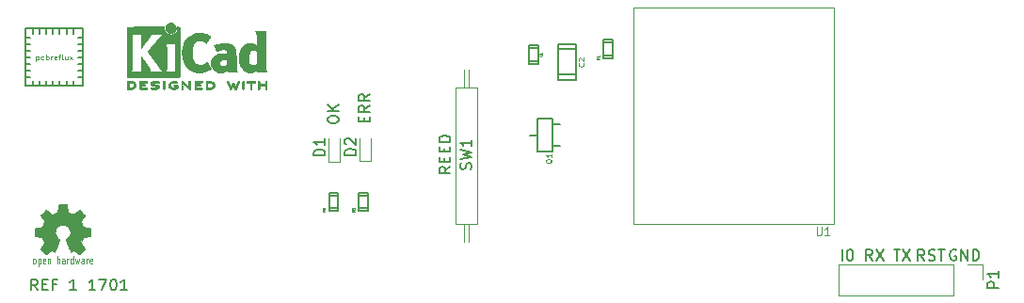
<source format=gto>
G04 #@! TF.GenerationSoftware,KiCad,Pcbnew,no-vcs-found*
G04 #@! TF.CreationDate,2017-01-06T11:38:08+01:00*
G04 #@! TF.ProjectId,ESP32-HELP-Button-18650,45535033322D48454C502D427574746F,rev?*
G04 #@! TF.FileFunction,Legend,Top*
G04 #@! TF.FilePolarity,Positive*
%FSLAX46Y46*%
G04 Gerber Fmt 4.6, Leading zero omitted, Abs format (unit mm)*
G04 Created by KiCad (PCBNEW no-vcs-found) date Fri Jan  6 11:38:08 2017*
%MOMM*%
%LPD*%
G01*
G04 APERTURE LIST*
%ADD10C,0.100000*%
%ADD11C,0.200000*%
%ADD12C,0.010000*%
%ADD13C,0.002540*%
%ADD14C,0.075000*%
%ADD15C,0.150000*%
%ADD16C,0.050000*%
%ADD17C,0.120000*%
%ADD18C,0.127000*%
%ADD19C,0.099060*%
%ADD20C,0.040640*%
%ADD21C,0.119380*%
G04 APERTURE END LIST*
D10*
D11*
X30371714Y-66953380D02*
X30038380Y-66477190D01*
X29800285Y-66953380D02*
X29800285Y-65953380D01*
X30181238Y-65953380D01*
X30276476Y-66001000D01*
X30324095Y-66048619D01*
X30371714Y-66143857D01*
X30371714Y-66286714D01*
X30324095Y-66381952D01*
X30276476Y-66429571D01*
X30181238Y-66477190D01*
X29800285Y-66477190D01*
X30800285Y-66429571D02*
X31133619Y-66429571D01*
X31276476Y-66953380D02*
X30800285Y-66953380D01*
X30800285Y-65953380D01*
X31276476Y-65953380D01*
X32038380Y-66429571D02*
X31705047Y-66429571D01*
X31705047Y-66953380D02*
X31705047Y-65953380D01*
X32181238Y-65953380D01*
X33847904Y-66953380D02*
X33276476Y-66953380D01*
X33562190Y-66953380D02*
X33562190Y-65953380D01*
X33466952Y-66096238D01*
X33371714Y-66191476D01*
X33276476Y-66239095D01*
X35562190Y-66953380D02*
X34990761Y-66953380D01*
X35276476Y-66953380D02*
X35276476Y-65953380D01*
X35181238Y-66096238D01*
X35086000Y-66191476D01*
X34990761Y-66239095D01*
X35895523Y-65953380D02*
X36562190Y-65953380D01*
X36133619Y-66953380D01*
X37133619Y-65953380D02*
X37228857Y-65953380D01*
X37324095Y-66001000D01*
X37371714Y-66048619D01*
X37419333Y-66143857D01*
X37466952Y-66334333D01*
X37466952Y-66572428D01*
X37419333Y-66762904D01*
X37371714Y-66858142D01*
X37324095Y-66905761D01*
X37228857Y-66953380D01*
X37133619Y-66953380D01*
X37038380Y-66905761D01*
X36990761Y-66858142D01*
X36943142Y-66762904D01*
X36895523Y-66572428D01*
X36895523Y-66334333D01*
X36943142Y-66143857D01*
X36990761Y-66048619D01*
X37038380Y-66001000D01*
X37133619Y-65953380D01*
X38419333Y-66953380D02*
X37847904Y-66953380D01*
X38133619Y-66953380D02*
X38133619Y-65953380D01*
X38038380Y-66096238D01*
X37943142Y-66191476D01*
X37847904Y-66239095D01*
X67487380Y-55842238D02*
X67011190Y-56175571D01*
X67487380Y-56413666D02*
X66487380Y-56413666D01*
X66487380Y-56032714D01*
X66535000Y-55937476D01*
X66582619Y-55889857D01*
X66677857Y-55842238D01*
X66820714Y-55842238D01*
X66915952Y-55889857D01*
X66963571Y-55937476D01*
X67011190Y-56032714D01*
X67011190Y-56413666D01*
X66963571Y-55413666D02*
X66963571Y-55080333D01*
X67487380Y-54937476D02*
X67487380Y-55413666D01*
X66487380Y-55413666D01*
X66487380Y-54937476D01*
X66963571Y-54508904D02*
X66963571Y-54175571D01*
X67487380Y-54032714D02*
X67487380Y-54508904D01*
X66487380Y-54508904D01*
X66487380Y-54032714D01*
X67487380Y-53604142D02*
X66487380Y-53604142D01*
X66487380Y-53366047D01*
X66535000Y-53223190D01*
X66630238Y-53127952D01*
X66725476Y-53080333D01*
X66915952Y-53032714D01*
X67058809Y-53032714D01*
X67249285Y-53080333D01*
X67344523Y-53127952D01*
X67439761Y-53223190D01*
X67487380Y-53366047D01*
X67487380Y-53604142D01*
X112983095Y-63334000D02*
X112887857Y-63286380D01*
X112745000Y-63286380D01*
X112602142Y-63334000D01*
X112506904Y-63429238D01*
X112459285Y-63524476D01*
X112411666Y-63714952D01*
X112411666Y-63857809D01*
X112459285Y-64048285D01*
X112506904Y-64143523D01*
X112602142Y-64238761D01*
X112745000Y-64286380D01*
X112840238Y-64286380D01*
X112983095Y-64238761D01*
X113030714Y-64191142D01*
X113030714Y-63857809D01*
X112840238Y-63857809D01*
X113459285Y-64286380D02*
X113459285Y-63286380D01*
X114030714Y-64286380D01*
X114030714Y-63286380D01*
X114506904Y-64286380D02*
X114506904Y-63286380D01*
X114745000Y-63286380D01*
X114887857Y-63334000D01*
X114983095Y-63429238D01*
X115030714Y-63524476D01*
X115078333Y-63714952D01*
X115078333Y-63857809D01*
X115030714Y-64048285D01*
X114983095Y-64143523D01*
X114887857Y-64238761D01*
X114745000Y-64286380D01*
X114506904Y-64286380D01*
X110149380Y-64286380D02*
X109816047Y-63810190D01*
X109577952Y-64286380D02*
X109577952Y-63286380D01*
X109958904Y-63286380D01*
X110054142Y-63334000D01*
X110101761Y-63381619D01*
X110149380Y-63476857D01*
X110149380Y-63619714D01*
X110101761Y-63714952D01*
X110054142Y-63762571D01*
X109958904Y-63810190D01*
X109577952Y-63810190D01*
X110530333Y-64238761D02*
X110673190Y-64286380D01*
X110911285Y-64286380D01*
X111006523Y-64238761D01*
X111054142Y-64191142D01*
X111101761Y-64095904D01*
X111101761Y-64000666D01*
X111054142Y-63905428D01*
X111006523Y-63857809D01*
X110911285Y-63810190D01*
X110720809Y-63762571D01*
X110625571Y-63714952D01*
X110577952Y-63667333D01*
X110530333Y-63572095D01*
X110530333Y-63476857D01*
X110577952Y-63381619D01*
X110625571Y-63334000D01*
X110720809Y-63286380D01*
X110958904Y-63286380D01*
X111101761Y-63334000D01*
X111387476Y-63286380D02*
X111958904Y-63286380D01*
X111673190Y-64286380D02*
X111673190Y-63286380D01*
X107395095Y-63286380D02*
X107966523Y-63286380D01*
X107680809Y-64286380D02*
X107680809Y-63286380D01*
X108204619Y-63286380D02*
X108871285Y-64286380D01*
X108871285Y-63286380D02*
X108204619Y-64286380D01*
X105450333Y-64286380D02*
X105117000Y-63810190D01*
X104878904Y-64286380D02*
X104878904Y-63286380D01*
X105259857Y-63286380D01*
X105355095Y-63334000D01*
X105402714Y-63381619D01*
X105450333Y-63476857D01*
X105450333Y-63619714D01*
X105402714Y-63714952D01*
X105355095Y-63762571D01*
X105259857Y-63810190D01*
X104878904Y-63810190D01*
X105783666Y-63286380D02*
X106450333Y-64286380D01*
X106450333Y-63286380D02*
X105783666Y-64286380D01*
X102727809Y-64286380D02*
X102727809Y-63286380D01*
X103394476Y-63286380D02*
X103489714Y-63286380D01*
X103584952Y-63334000D01*
X103632571Y-63381619D01*
X103680190Y-63476857D01*
X103727809Y-63667333D01*
X103727809Y-63905428D01*
X103680190Y-64095904D01*
X103632571Y-64191142D01*
X103584952Y-64238761D01*
X103489714Y-64286380D01*
X103394476Y-64286380D01*
X103299238Y-64238761D01*
X103251619Y-64191142D01*
X103204000Y-64095904D01*
X103156380Y-63905428D01*
X103156380Y-63667333D01*
X103204000Y-63476857D01*
X103251619Y-63381619D01*
X103299238Y-63334000D01*
X103394476Y-63286380D01*
X59733571Y-51792285D02*
X59733571Y-51458952D01*
X60257380Y-51316095D02*
X60257380Y-51792285D01*
X59257380Y-51792285D01*
X59257380Y-51316095D01*
X60257380Y-50316095D02*
X59781190Y-50649428D01*
X60257380Y-50887523D02*
X59257380Y-50887523D01*
X59257380Y-50506571D01*
X59305000Y-50411333D01*
X59352619Y-50363714D01*
X59447857Y-50316095D01*
X59590714Y-50316095D01*
X59685952Y-50363714D01*
X59733571Y-50411333D01*
X59781190Y-50506571D01*
X59781190Y-50887523D01*
X60257380Y-49316095D02*
X59781190Y-49649428D01*
X60257380Y-49887523D02*
X59257380Y-49887523D01*
X59257380Y-49506571D01*
X59305000Y-49411333D01*
X59352619Y-49363714D01*
X59447857Y-49316095D01*
X59590714Y-49316095D01*
X59685952Y-49363714D01*
X59733571Y-49411333D01*
X59781190Y-49506571D01*
X59781190Y-49887523D01*
X56463380Y-51681238D02*
X56463380Y-51490761D01*
X56511000Y-51395523D01*
X56606238Y-51300285D01*
X56796714Y-51252666D01*
X57130047Y-51252666D01*
X57320523Y-51300285D01*
X57415761Y-51395523D01*
X57463380Y-51490761D01*
X57463380Y-51681238D01*
X57415761Y-51776476D01*
X57320523Y-51871714D01*
X57130047Y-51919333D01*
X56796714Y-51919333D01*
X56606238Y-51871714D01*
X56511000Y-51776476D01*
X56463380Y-51681238D01*
X57463380Y-50824095D02*
X56463380Y-50824095D01*
X57463380Y-50252666D02*
X56891952Y-50681238D01*
X56463380Y-50252666D02*
X57034809Y-50824095D01*
D12*
G36*
X42409957Y-42883571D02*
X42506232Y-42907809D01*
X42592816Y-42950641D01*
X42667627Y-43010419D01*
X42728582Y-43085494D01*
X42773601Y-43174220D01*
X42799864Y-43270530D01*
X42805714Y-43367795D01*
X42790860Y-43461654D01*
X42757160Y-43549511D01*
X42706472Y-43628770D01*
X42640655Y-43696836D01*
X42561566Y-43751112D01*
X42471066Y-43789002D01*
X42419800Y-43801426D01*
X42375302Y-43808947D01*
X42341001Y-43811919D01*
X42308040Y-43810094D01*
X42267566Y-43803225D01*
X42234469Y-43796250D01*
X42141053Y-43764741D01*
X42057381Y-43713617D01*
X41985335Y-43644429D01*
X41926800Y-43558728D01*
X41912852Y-43531489D01*
X41896414Y-43495122D01*
X41886106Y-43464582D01*
X41880540Y-43432450D01*
X41878331Y-43391307D01*
X41878052Y-43345222D01*
X41882139Y-43260865D01*
X41895554Y-43191586D01*
X41920744Y-43130961D01*
X41960154Y-43072567D01*
X41998702Y-43028302D01*
X42070594Y-42962484D01*
X42145687Y-42917053D01*
X42228438Y-42889850D01*
X42306072Y-42879576D01*
X42409957Y-42883571D01*
X42409957Y-42883571D01*
G37*
X42409957Y-42883571D02*
X42506232Y-42907809D01*
X42592816Y-42950641D01*
X42667627Y-43010419D01*
X42728582Y-43085494D01*
X42773601Y-43174220D01*
X42799864Y-43270530D01*
X42805714Y-43367795D01*
X42790860Y-43461654D01*
X42757160Y-43549511D01*
X42706472Y-43628770D01*
X42640655Y-43696836D01*
X42561566Y-43751112D01*
X42471066Y-43789002D01*
X42419800Y-43801426D01*
X42375302Y-43808947D01*
X42341001Y-43811919D01*
X42308040Y-43810094D01*
X42267566Y-43803225D01*
X42234469Y-43796250D01*
X42141053Y-43764741D01*
X42057381Y-43713617D01*
X41985335Y-43644429D01*
X41926800Y-43558728D01*
X41912852Y-43531489D01*
X41896414Y-43495122D01*
X41886106Y-43464582D01*
X41880540Y-43432450D01*
X41878331Y-43391307D01*
X41878052Y-43345222D01*
X41882139Y-43260865D01*
X41895554Y-43191586D01*
X41920744Y-43130961D01*
X41960154Y-43072567D01*
X41998702Y-43028302D01*
X42070594Y-42962484D01*
X42145687Y-42917053D01*
X42228438Y-42889850D01*
X42306072Y-42879576D01*
X42409957Y-42883571D01*
G36*
X50869507Y-45329245D02*
X50869526Y-45563662D01*
X50869552Y-45776603D01*
X50869625Y-45969168D01*
X50869782Y-46142459D01*
X50870064Y-46297576D01*
X50870509Y-46435620D01*
X50871156Y-46557692D01*
X50872045Y-46664894D01*
X50873213Y-46758326D01*
X50874701Y-46839090D01*
X50876546Y-46908286D01*
X50878789Y-46967015D01*
X50881469Y-47016379D01*
X50884623Y-47057478D01*
X50888292Y-47091413D01*
X50892513Y-47119286D01*
X50897327Y-47142198D01*
X50902773Y-47161249D01*
X50908888Y-47177540D01*
X50915712Y-47192173D01*
X50923285Y-47206249D01*
X50931645Y-47220868D01*
X50936839Y-47229974D01*
X50971104Y-47290689D01*
X50112955Y-47290689D01*
X50112955Y-47194733D01*
X50112224Y-47151370D01*
X50110272Y-47118205D01*
X50107463Y-47100424D01*
X50106221Y-47098778D01*
X50094799Y-47105662D01*
X50072084Y-47123505D01*
X50049385Y-47142879D01*
X49994800Y-47183614D01*
X49925321Y-47224617D01*
X49848270Y-47262123D01*
X49770965Y-47292364D01*
X49740113Y-47302012D01*
X49671616Y-47316578D01*
X49588764Y-47326539D01*
X49499371Y-47331583D01*
X49411248Y-47331396D01*
X49332207Y-47325666D01*
X49294511Y-47319858D01*
X49156414Y-47281797D01*
X49029113Y-47224073D01*
X48913292Y-47147211D01*
X48809637Y-47051739D01*
X48718833Y-46938179D01*
X48652031Y-46827381D01*
X48597164Y-46710625D01*
X48555163Y-46591276D01*
X48525167Y-46465283D01*
X48506311Y-46328594D01*
X48497732Y-46177158D01*
X48497006Y-46099711D01*
X48499100Y-46042934D01*
X49328217Y-46042934D01*
X49328424Y-46136002D01*
X49331337Y-46223692D01*
X49337000Y-46300772D01*
X49345455Y-46362009D01*
X49348038Y-46374350D01*
X49379840Y-46481633D01*
X49421498Y-46568658D01*
X49473363Y-46635642D01*
X49535781Y-46682805D01*
X49609100Y-46710365D01*
X49693669Y-46718541D01*
X49789835Y-46707551D01*
X49853311Y-46691829D01*
X49902454Y-46673639D01*
X49956583Y-46647791D01*
X49997244Y-46624089D01*
X50067800Y-46577721D01*
X50067800Y-45427530D01*
X50000392Y-45383962D01*
X49921867Y-45343040D01*
X49837681Y-45316389D01*
X49752557Y-45304465D01*
X49671216Y-45307722D01*
X49598380Y-45326615D01*
X49566426Y-45342184D01*
X49508501Y-45385181D01*
X49459544Y-45441953D01*
X49418390Y-45514575D01*
X49383874Y-45605121D01*
X49354833Y-45715666D01*
X49353552Y-45721533D01*
X49343381Y-45783788D01*
X49335739Y-45861594D01*
X49330670Y-45949720D01*
X49328217Y-46042934D01*
X48499100Y-46042934D01*
X48504857Y-45886895D01*
X48526802Y-45691059D01*
X48562786Y-45512332D01*
X48612759Y-45350845D01*
X48676668Y-45206726D01*
X48754462Y-45080106D01*
X48846089Y-44971115D01*
X48951497Y-44879883D01*
X48996662Y-44848932D01*
X49097611Y-44792785D01*
X49200901Y-44753174D01*
X49310989Y-44729014D01*
X49432330Y-44719219D01*
X49524836Y-44720265D01*
X49654490Y-44731231D01*
X49767084Y-44753046D01*
X49865875Y-44786714D01*
X49954121Y-44833236D01*
X50002986Y-44867448D01*
X50032353Y-44889362D01*
X50054043Y-44904333D01*
X50062253Y-44908733D01*
X50063868Y-44897904D01*
X50065159Y-44867251D01*
X50066138Y-44819526D01*
X50066817Y-44757479D01*
X50067210Y-44683862D01*
X50067330Y-44601427D01*
X50067188Y-44512925D01*
X50066797Y-44421107D01*
X50066171Y-44328724D01*
X50065320Y-44238528D01*
X50064260Y-44153271D01*
X50063001Y-44075703D01*
X50061556Y-44008576D01*
X50059938Y-43954641D01*
X50058161Y-43916650D01*
X50057669Y-43909667D01*
X50050092Y-43839251D01*
X50038531Y-43784102D01*
X50020792Y-43736981D01*
X49994682Y-43690647D01*
X49988415Y-43681067D01*
X49963983Y-43644378D01*
X50869311Y-43644378D01*
X50869507Y-45329245D01*
X50869507Y-45329245D01*
G37*
X50869507Y-45329245D02*
X50869526Y-45563662D01*
X50869552Y-45776603D01*
X50869625Y-45969168D01*
X50869782Y-46142459D01*
X50870064Y-46297576D01*
X50870509Y-46435620D01*
X50871156Y-46557692D01*
X50872045Y-46664894D01*
X50873213Y-46758326D01*
X50874701Y-46839090D01*
X50876546Y-46908286D01*
X50878789Y-46967015D01*
X50881469Y-47016379D01*
X50884623Y-47057478D01*
X50888292Y-47091413D01*
X50892513Y-47119286D01*
X50897327Y-47142198D01*
X50902773Y-47161249D01*
X50908888Y-47177540D01*
X50915712Y-47192173D01*
X50923285Y-47206249D01*
X50931645Y-47220868D01*
X50936839Y-47229974D01*
X50971104Y-47290689D01*
X50112955Y-47290689D01*
X50112955Y-47194733D01*
X50112224Y-47151370D01*
X50110272Y-47118205D01*
X50107463Y-47100424D01*
X50106221Y-47098778D01*
X50094799Y-47105662D01*
X50072084Y-47123505D01*
X50049385Y-47142879D01*
X49994800Y-47183614D01*
X49925321Y-47224617D01*
X49848270Y-47262123D01*
X49770965Y-47292364D01*
X49740113Y-47302012D01*
X49671616Y-47316578D01*
X49588764Y-47326539D01*
X49499371Y-47331583D01*
X49411248Y-47331396D01*
X49332207Y-47325666D01*
X49294511Y-47319858D01*
X49156414Y-47281797D01*
X49029113Y-47224073D01*
X48913292Y-47147211D01*
X48809637Y-47051739D01*
X48718833Y-46938179D01*
X48652031Y-46827381D01*
X48597164Y-46710625D01*
X48555163Y-46591276D01*
X48525167Y-46465283D01*
X48506311Y-46328594D01*
X48497732Y-46177158D01*
X48497006Y-46099711D01*
X48499100Y-46042934D01*
X49328217Y-46042934D01*
X49328424Y-46136002D01*
X49331337Y-46223692D01*
X49337000Y-46300772D01*
X49345455Y-46362009D01*
X49348038Y-46374350D01*
X49379840Y-46481633D01*
X49421498Y-46568658D01*
X49473363Y-46635642D01*
X49535781Y-46682805D01*
X49609100Y-46710365D01*
X49693669Y-46718541D01*
X49789835Y-46707551D01*
X49853311Y-46691829D01*
X49902454Y-46673639D01*
X49956583Y-46647791D01*
X49997244Y-46624089D01*
X50067800Y-46577721D01*
X50067800Y-45427530D01*
X50000392Y-45383962D01*
X49921867Y-45343040D01*
X49837681Y-45316389D01*
X49752557Y-45304465D01*
X49671216Y-45307722D01*
X49598380Y-45326615D01*
X49566426Y-45342184D01*
X49508501Y-45385181D01*
X49459544Y-45441953D01*
X49418390Y-45514575D01*
X49383874Y-45605121D01*
X49354833Y-45715666D01*
X49353552Y-45721533D01*
X49343381Y-45783788D01*
X49335739Y-45861594D01*
X49330670Y-45949720D01*
X49328217Y-46042934D01*
X48499100Y-46042934D01*
X48504857Y-45886895D01*
X48526802Y-45691059D01*
X48562786Y-45512332D01*
X48612759Y-45350845D01*
X48676668Y-45206726D01*
X48754462Y-45080106D01*
X48846089Y-44971115D01*
X48951497Y-44879883D01*
X48996662Y-44848932D01*
X49097611Y-44792785D01*
X49200901Y-44753174D01*
X49310989Y-44729014D01*
X49432330Y-44719219D01*
X49524836Y-44720265D01*
X49654490Y-44731231D01*
X49767084Y-44753046D01*
X49865875Y-44786714D01*
X49954121Y-44833236D01*
X50002986Y-44867448D01*
X50032353Y-44889362D01*
X50054043Y-44904333D01*
X50062253Y-44908733D01*
X50063868Y-44897904D01*
X50065159Y-44867251D01*
X50066138Y-44819526D01*
X50066817Y-44757479D01*
X50067210Y-44683862D01*
X50067330Y-44601427D01*
X50067188Y-44512925D01*
X50066797Y-44421107D01*
X50066171Y-44328724D01*
X50065320Y-44238528D01*
X50064260Y-44153271D01*
X50063001Y-44075703D01*
X50061556Y-44008576D01*
X50059938Y-43954641D01*
X50058161Y-43916650D01*
X50057669Y-43909667D01*
X50050092Y-43839251D01*
X50038531Y-43784102D01*
X50020792Y-43736981D01*
X49994682Y-43690647D01*
X49988415Y-43681067D01*
X49963983Y-43644378D01*
X50869311Y-43644378D01*
X50869507Y-45329245D01*
G36*
X47356574Y-44723552D02*
X47508492Y-44743567D01*
X47643756Y-44777202D01*
X47763239Y-44824725D01*
X47867815Y-44886405D01*
X47945424Y-44949965D01*
X48014265Y-45024099D01*
X48068006Y-45103871D01*
X48110910Y-45196091D01*
X48126384Y-45239161D01*
X48139244Y-45278142D01*
X48150446Y-45314289D01*
X48160120Y-45349434D01*
X48168396Y-45385410D01*
X48175403Y-45424050D01*
X48181272Y-45467185D01*
X48186131Y-45516649D01*
X48190110Y-45574273D01*
X48193340Y-45641891D01*
X48195949Y-45721334D01*
X48198067Y-45814436D01*
X48199824Y-45923027D01*
X48201349Y-46048942D01*
X48202772Y-46194012D01*
X48204025Y-46336778D01*
X48205351Y-46492968D01*
X48206556Y-46628239D01*
X48207766Y-46744246D01*
X48209106Y-46842645D01*
X48210700Y-46925093D01*
X48212675Y-46993246D01*
X48215156Y-47048760D01*
X48218269Y-47093292D01*
X48222138Y-47128498D01*
X48226889Y-47156034D01*
X48232648Y-47177556D01*
X48239539Y-47194722D01*
X48247689Y-47209186D01*
X48257223Y-47222606D01*
X48268266Y-47236638D01*
X48272566Y-47242071D01*
X48288386Y-47264910D01*
X48295422Y-47280463D01*
X48295444Y-47280922D01*
X48284567Y-47283121D01*
X48253582Y-47285147D01*
X48204957Y-47286942D01*
X48141163Y-47288451D01*
X48064669Y-47289616D01*
X47977944Y-47290380D01*
X47883457Y-47290686D01*
X47872550Y-47290689D01*
X47449657Y-47290689D01*
X47446395Y-47194622D01*
X47443133Y-47098556D01*
X47381044Y-47149543D01*
X47283714Y-47217057D01*
X47173813Y-47271749D01*
X47087349Y-47301978D01*
X47018278Y-47316666D01*
X46934925Y-47326659D01*
X46845159Y-47331646D01*
X46756845Y-47331313D01*
X46677851Y-47325351D01*
X46641622Y-47319638D01*
X46501603Y-47281776D01*
X46375178Y-47226932D01*
X46263260Y-47155924D01*
X46166762Y-47069568D01*
X46086600Y-46968679D01*
X46023687Y-46854076D01*
X45979312Y-46727984D01*
X45966978Y-46671401D01*
X45959368Y-46609202D01*
X45955739Y-46534363D01*
X45955245Y-46500467D01*
X45955310Y-46497282D01*
X46715248Y-46497282D01*
X46724541Y-46572333D01*
X46752728Y-46636160D01*
X46801197Y-46691798D01*
X46806254Y-46696211D01*
X46854548Y-46731037D01*
X46906257Y-46753620D01*
X46966989Y-46765540D01*
X47042352Y-46768383D01*
X47060459Y-46767978D01*
X47114278Y-46765325D01*
X47154308Y-46759909D01*
X47189324Y-46749745D01*
X47228103Y-46732850D01*
X47238745Y-46727672D01*
X47299396Y-46691844D01*
X47346215Y-46649212D01*
X47358952Y-46633973D01*
X47403622Y-46577462D01*
X47403622Y-46381586D01*
X47403086Y-46302939D01*
X47401396Y-46244988D01*
X47398428Y-46205875D01*
X47394057Y-46183741D01*
X47389972Y-46177274D01*
X47374047Y-46174111D01*
X47340264Y-46171488D01*
X47293340Y-46169655D01*
X47237993Y-46168857D01*
X47229106Y-46168842D01*
X47108330Y-46174096D01*
X47005660Y-46190263D01*
X46919106Y-46217961D01*
X46846681Y-46257808D01*
X46791751Y-46304758D01*
X46747204Y-46362645D01*
X46722480Y-46425693D01*
X46715248Y-46497282D01*
X45955310Y-46497282D01*
X45957178Y-46406712D01*
X45965522Y-46327812D01*
X45981768Y-46256590D01*
X46007405Y-46185864D01*
X46031401Y-46133493D01*
X46090020Y-46038196D01*
X46168117Y-45950170D01*
X46263315Y-45871017D01*
X46373238Y-45802340D01*
X46495510Y-45745741D01*
X46627755Y-45702821D01*
X46692422Y-45687882D01*
X46828604Y-45665777D01*
X46977049Y-45651194D01*
X47128505Y-45644813D01*
X47255064Y-45646445D01*
X47416950Y-45653224D01*
X47409530Y-45594245D01*
X47390238Y-45495092D01*
X47359104Y-45414372D01*
X47315269Y-45351466D01*
X47257871Y-45305756D01*
X47186048Y-45276622D01*
X47098941Y-45263447D01*
X46995686Y-45265611D01*
X46957711Y-45269612D01*
X46816520Y-45294780D01*
X46679707Y-45335814D01*
X46585178Y-45373815D01*
X46540018Y-45393190D01*
X46501585Y-45408760D01*
X46475234Y-45418405D01*
X46467546Y-45420452D01*
X46457802Y-45411374D01*
X46441083Y-45382405D01*
X46417232Y-45333217D01*
X46386093Y-45263484D01*
X46347507Y-45172879D01*
X46340910Y-45157089D01*
X46310853Y-45084772D01*
X46283874Y-45019425D01*
X46261136Y-44963906D01*
X46243806Y-44921072D01*
X46233048Y-44893781D01*
X46229941Y-44884942D01*
X46239940Y-44880187D01*
X46266217Y-44874910D01*
X46294489Y-44871231D01*
X46324646Y-44866474D01*
X46372433Y-44857028D01*
X46433612Y-44843820D01*
X46503946Y-44827776D01*
X46579194Y-44809820D01*
X46607755Y-44802797D01*
X46712816Y-44777209D01*
X46800480Y-44757147D01*
X46875068Y-44741969D01*
X46940903Y-44731035D01*
X47002307Y-44723704D01*
X47063602Y-44719335D01*
X47129110Y-44717287D01*
X47187128Y-44716889D01*
X47356574Y-44723552D01*
X47356574Y-44723552D01*
G37*
X47356574Y-44723552D02*
X47508492Y-44743567D01*
X47643756Y-44777202D01*
X47763239Y-44824725D01*
X47867815Y-44886405D01*
X47945424Y-44949965D01*
X48014265Y-45024099D01*
X48068006Y-45103871D01*
X48110910Y-45196091D01*
X48126384Y-45239161D01*
X48139244Y-45278142D01*
X48150446Y-45314289D01*
X48160120Y-45349434D01*
X48168396Y-45385410D01*
X48175403Y-45424050D01*
X48181272Y-45467185D01*
X48186131Y-45516649D01*
X48190110Y-45574273D01*
X48193340Y-45641891D01*
X48195949Y-45721334D01*
X48198067Y-45814436D01*
X48199824Y-45923027D01*
X48201349Y-46048942D01*
X48202772Y-46194012D01*
X48204025Y-46336778D01*
X48205351Y-46492968D01*
X48206556Y-46628239D01*
X48207766Y-46744246D01*
X48209106Y-46842645D01*
X48210700Y-46925093D01*
X48212675Y-46993246D01*
X48215156Y-47048760D01*
X48218269Y-47093292D01*
X48222138Y-47128498D01*
X48226889Y-47156034D01*
X48232648Y-47177556D01*
X48239539Y-47194722D01*
X48247689Y-47209186D01*
X48257223Y-47222606D01*
X48268266Y-47236638D01*
X48272566Y-47242071D01*
X48288386Y-47264910D01*
X48295422Y-47280463D01*
X48295444Y-47280922D01*
X48284567Y-47283121D01*
X48253582Y-47285147D01*
X48204957Y-47286942D01*
X48141163Y-47288451D01*
X48064669Y-47289616D01*
X47977944Y-47290380D01*
X47883457Y-47290686D01*
X47872550Y-47290689D01*
X47449657Y-47290689D01*
X47446395Y-47194622D01*
X47443133Y-47098556D01*
X47381044Y-47149543D01*
X47283714Y-47217057D01*
X47173813Y-47271749D01*
X47087349Y-47301978D01*
X47018278Y-47316666D01*
X46934925Y-47326659D01*
X46845159Y-47331646D01*
X46756845Y-47331313D01*
X46677851Y-47325351D01*
X46641622Y-47319638D01*
X46501603Y-47281776D01*
X46375178Y-47226932D01*
X46263260Y-47155924D01*
X46166762Y-47069568D01*
X46086600Y-46968679D01*
X46023687Y-46854076D01*
X45979312Y-46727984D01*
X45966978Y-46671401D01*
X45959368Y-46609202D01*
X45955739Y-46534363D01*
X45955245Y-46500467D01*
X45955310Y-46497282D01*
X46715248Y-46497282D01*
X46724541Y-46572333D01*
X46752728Y-46636160D01*
X46801197Y-46691798D01*
X46806254Y-46696211D01*
X46854548Y-46731037D01*
X46906257Y-46753620D01*
X46966989Y-46765540D01*
X47042352Y-46768383D01*
X47060459Y-46767978D01*
X47114278Y-46765325D01*
X47154308Y-46759909D01*
X47189324Y-46749745D01*
X47228103Y-46732850D01*
X47238745Y-46727672D01*
X47299396Y-46691844D01*
X47346215Y-46649212D01*
X47358952Y-46633973D01*
X47403622Y-46577462D01*
X47403622Y-46381586D01*
X47403086Y-46302939D01*
X47401396Y-46244988D01*
X47398428Y-46205875D01*
X47394057Y-46183741D01*
X47389972Y-46177274D01*
X47374047Y-46174111D01*
X47340264Y-46171488D01*
X47293340Y-46169655D01*
X47237993Y-46168857D01*
X47229106Y-46168842D01*
X47108330Y-46174096D01*
X47005660Y-46190263D01*
X46919106Y-46217961D01*
X46846681Y-46257808D01*
X46791751Y-46304758D01*
X46747204Y-46362645D01*
X46722480Y-46425693D01*
X46715248Y-46497282D01*
X45955310Y-46497282D01*
X45957178Y-46406712D01*
X45965522Y-46327812D01*
X45981768Y-46256590D01*
X46007405Y-46185864D01*
X46031401Y-46133493D01*
X46090020Y-46038196D01*
X46168117Y-45950170D01*
X46263315Y-45871017D01*
X46373238Y-45802340D01*
X46495510Y-45745741D01*
X46627755Y-45702821D01*
X46692422Y-45687882D01*
X46828604Y-45665777D01*
X46977049Y-45651194D01*
X47128505Y-45644813D01*
X47255064Y-45646445D01*
X47416950Y-45653224D01*
X47409530Y-45594245D01*
X47390238Y-45495092D01*
X47359104Y-45414372D01*
X47315269Y-45351466D01*
X47257871Y-45305756D01*
X47186048Y-45276622D01*
X47098941Y-45263447D01*
X46995686Y-45265611D01*
X46957711Y-45269612D01*
X46816520Y-45294780D01*
X46679707Y-45335814D01*
X46585178Y-45373815D01*
X46540018Y-45393190D01*
X46501585Y-45408760D01*
X46475234Y-45418405D01*
X46467546Y-45420452D01*
X46457802Y-45411374D01*
X46441083Y-45382405D01*
X46417232Y-45333217D01*
X46386093Y-45263484D01*
X46347507Y-45172879D01*
X46340910Y-45157089D01*
X46310853Y-45084772D01*
X46283874Y-45019425D01*
X46261136Y-44963906D01*
X46243806Y-44921072D01*
X46233048Y-44893781D01*
X46229941Y-44884942D01*
X46239940Y-44880187D01*
X46266217Y-44874910D01*
X46294489Y-44871231D01*
X46324646Y-44866474D01*
X46372433Y-44857028D01*
X46433612Y-44843820D01*
X46503946Y-44827776D01*
X46579194Y-44809820D01*
X46607755Y-44802797D01*
X46712816Y-44777209D01*
X46800480Y-44757147D01*
X46875068Y-44741969D01*
X46940903Y-44731035D01*
X47002307Y-44723704D01*
X47063602Y-44719335D01*
X47129110Y-44717287D01*
X47187128Y-44716889D01*
X47356574Y-44723552D01*
G36*
X45011429Y-43806071D02*
X45171570Y-43827245D01*
X45335510Y-43867385D01*
X45505313Y-43926889D01*
X45683043Y-44006154D01*
X45694310Y-44011699D01*
X45752005Y-44039725D01*
X45803552Y-44063802D01*
X45845191Y-44082249D01*
X45873162Y-44093386D01*
X45882733Y-44095933D01*
X45901950Y-44100941D01*
X45906561Y-44105147D01*
X45901458Y-44115580D01*
X45885418Y-44141868D01*
X45860288Y-44181257D01*
X45827914Y-44230991D01*
X45790143Y-44288315D01*
X45748822Y-44350476D01*
X45705798Y-44414718D01*
X45662917Y-44478285D01*
X45622026Y-44538425D01*
X45584971Y-44592380D01*
X45553600Y-44637397D01*
X45529759Y-44670721D01*
X45515294Y-44689597D01*
X45513309Y-44691787D01*
X45503191Y-44687138D01*
X45480850Y-44669962D01*
X45450280Y-44643440D01*
X45434536Y-44628964D01*
X45338047Y-44553682D01*
X45231336Y-44498241D01*
X45115832Y-44463141D01*
X44992962Y-44448880D01*
X44923561Y-44450051D01*
X44802423Y-44467212D01*
X44693205Y-44503094D01*
X44595582Y-44557959D01*
X44509228Y-44632070D01*
X44433815Y-44725688D01*
X44369018Y-44839076D01*
X44331601Y-44925667D01*
X44287748Y-45061366D01*
X44255428Y-45208850D01*
X44234557Y-45364314D01*
X44225051Y-45523956D01*
X44226827Y-45683973D01*
X44239803Y-45840561D01*
X44263894Y-45989918D01*
X44299018Y-46128240D01*
X44345092Y-46251724D01*
X44361373Y-46285978D01*
X44429620Y-46400064D01*
X44510079Y-46496557D01*
X44601570Y-46574670D01*
X44702911Y-46633617D01*
X44812920Y-46672612D01*
X44930415Y-46690868D01*
X44971883Y-46692211D01*
X45093441Y-46681290D01*
X45213878Y-46648474D01*
X45331666Y-46594439D01*
X45445277Y-46519865D01*
X45536685Y-46441539D01*
X45583215Y-46397008D01*
X45764483Y-46694271D01*
X45809580Y-46768433D01*
X45850819Y-46836646D01*
X45886735Y-46896459D01*
X45915866Y-46945420D01*
X45936750Y-46981079D01*
X45947924Y-47000984D01*
X45949375Y-47004079D01*
X45941146Y-47013718D01*
X45915567Y-47030999D01*
X45875873Y-47054283D01*
X45825297Y-47081934D01*
X45767074Y-47112315D01*
X45704437Y-47143790D01*
X45640621Y-47174722D01*
X45578860Y-47203473D01*
X45522388Y-47228408D01*
X45474438Y-47247889D01*
X45450986Y-47256318D01*
X45317221Y-47294133D01*
X45179327Y-47319136D01*
X45031622Y-47332140D01*
X44904833Y-47334468D01*
X44836878Y-47333373D01*
X44771277Y-47331275D01*
X44713847Y-47328434D01*
X44670403Y-47325106D01*
X44656298Y-47323422D01*
X44517284Y-47294587D01*
X44375757Y-47249468D01*
X44238275Y-47190750D01*
X44111394Y-47121120D01*
X44033889Y-47068441D01*
X43906481Y-46960239D01*
X43788178Y-46833671D01*
X43681172Y-46691866D01*
X43587652Y-46537951D01*
X43509810Y-46375053D01*
X43465956Y-46257756D01*
X43415708Y-46074128D01*
X43382209Y-45879581D01*
X43365449Y-45678325D01*
X43365416Y-45474568D01*
X43382101Y-45272521D01*
X43415493Y-45076392D01*
X43465580Y-44890391D01*
X43469397Y-44878803D01*
X43532281Y-44716750D01*
X43609028Y-44568832D01*
X43702242Y-44430865D01*
X43814527Y-44298661D01*
X43858392Y-44253399D01*
X43994534Y-44129457D01*
X44134491Y-44026915D01*
X44280411Y-43944656D01*
X44434442Y-43881564D01*
X44598732Y-43836523D01*
X44694289Y-43819033D01*
X44853023Y-43803466D01*
X45011429Y-43806071D01*
X45011429Y-43806071D01*
G37*
X45011429Y-43806071D02*
X45171570Y-43827245D01*
X45335510Y-43867385D01*
X45505313Y-43926889D01*
X45683043Y-44006154D01*
X45694310Y-44011699D01*
X45752005Y-44039725D01*
X45803552Y-44063802D01*
X45845191Y-44082249D01*
X45873162Y-44093386D01*
X45882733Y-44095933D01*
X45901950Y-44100941D01*
X45906561Y-44105147D01*
X45901458Y-44115580D01*
X45885418Y-44141868D01*
X45860288Y-44181257D01*
X45827914Y-44230991D01*
X45790143Y-44288315D01*
X45748822Y-44350476D01*
X45705798Y-44414718D01*
X45662917Y-44478285D01*
X45622026Y-44538425D01*
X45584971Y-44592380D01*
X45553600Y-44637397D01*
X45529759Y-44670721D01*
X45515294Y-44689597D01*
X45513309Y-44691787D01*
X45503191Y-44687138D01*
X45480850Y-44669962D01*
X45450280Y-44643440D01*
X45434536Y-44628964D01*
X45338047Y-44553682D01*
X45231336Y-44498241D01*
X45115832Y-44463141D01*
X44992962Y-44448880D01*
X44923561Y-44450051D01*
X44802423Y-44467212D01*
X44693205Y-44503094D01*
X44595582Y-44557959D01*
X44509228Y-44632070D01*
X44433815Y-44725688D01*
X44369018Y-44839076D01*
X44331601Y-44925667D01*
X44287748Y-45061366D01*
X44255428Y-45208850D01*
X44234557Y-45364314D01*
X44225051Y-45523956D01*
X44226827Y-45683973D01*
X44239803Y-45840561D01*
X44263894Y-45989918D01*
X44299018Y-46128240D01*
X44345092Y-46251724D01*
X44361373Y-46285978D01*
X44429620Y-46400064D01*
X44510079Y-46496557D01*
X44601570Y-46574670D01*
X44702911Y-46633617D01*
X44812920Y-46672612D01*
X44930415Y-46690868D01*
X44971883Y-46692211D01*
X45093441Y-46681290D01*
X45213878Y-46648474D01*
X45331666Y-46594439D01*
X45445277Y-46519865D01*
X45536685Y-46441539D01*
X45583215Y-46397008D01*
X45764483Y-46694271D01*
X45809580Y-46768433D01*
X45850819Y-46836646D01*
X45886735Y-46896459D01*
X45915866Y-46945420D01*
X45936750Y-46981079D01*
X45947924Y-47000984D01*
X45949375Y-47004079D01*
X45941146Y-47013718D01*
X45915567Y-47030999D01*
X45875873Y-47054283D01*
X45825297Y-47081934D01*
X45767074Y-47112315D01*
X45704437Y-47143790D01*
X45640621Y-47174722D01*
X45578860Y-47203473D01*
X45522388Y-47228408D01*
X45474438Y-47247889D01*
X45450986Y-47256318D01*
X45317221Y-47294133D01*
X45179327Y-47319136D01*
X45031622Y-47332140D01*
X44904833Y-47334468D01*
X44836878Y-47333373D01*
X44771277Y-47331275D01*
X44713847Y-47328434D01*
X44670403Y-47325106D01*
X44656298Y-47323422D01*
X44517284Y-47294587D01*
X44375757Y-47249468D01*
X44238275Y-47190750D01*
X44111394Y-47121120D01*
X44033889Y-47068441D01*
X43906481Y-46960239D01*
X43788178Y-46833671D01*
X43681172Y-46691866D01*
X43587652Y-46537951D01*
X43509810Y-46375053D01*
X43465956Y-46257756D01*
X43415708Y-46074128D01*
X43382209Y-45879581D01*
X43365449Y-45678325D01*
X43365416Y-45474568D01*
X43382101Y-45272521D01*
X43415493Y-45076392D01*
X43465580Y-44890391D01*
X43469397Y-44878803D01*
X43532281Y-44716750D01*
X43609028Y-44568832D01*
X43702242Y-44430865D01*
X43814527Y-44298661D01*
X43858392Y-44253399D01*
X43994534Y-44129457D01*
X44134491Y-44026915D01*
X44280411Y-43944656D01*
X44434442Y-43881564D01*
X44598732Y-43836523D01*
X44694289Y-43819033D01*
X44853023Y-43803466D01*
X45011429Y-43806071D01*
G36*
X41736600Y-43346054D02*
X41747465Y-43459993D01*
X41779082Y-43567616D01*
X41829985Y-43666615D01*
X41898707Y-43754684D01*
X41983781Y-43829516D01*
X42080768Y-43887384D01*
X42187036Y-43927005D01*
X42294050Y-43945573D01*
X42399700Y-43944434D01*
X42501875Y-43924930D01*
X42598466Y-43888406D01*
X42687362Y-43836205D01*
X42766454Y-43769673D01*
X42833631Y-43690152D01*
X42886783Y-43598987D01*
X42923801Y-43497523D01*
X42942573Y-43387102D01*
X42944511Y-43337206D01*
X42944511Y-43249267D01*
X42996440Y-43249267D01*
X43032747Y-43252111D01*
X43059645Y-43263911D01*
X43086751Y-43287649D01*
X43125133Y-43326031D01*
X43125133Y-45517602D01*
X43125124Y-45779739D01*
X43125092Y-46020241D01*
X43125028Y-46240048D01*
X43124924Y-46440101D01*
X43124773Y-46621344D01*
X43124566Y-46784716D01*
X43124294Y-46931160D01*
X43123950Y-47061617D01*
X43123526Y-47177029D01*
X43123013Y-47278338D01*
X43122403Y-47366484D01*
X43121688Y-47442410D01*
X43120860Y-47507057D01*
X43119911Y-47561367D01*
X43118833Y-47606280D01*
X43117617Y-47642740D01*
X43116255Y-47671687D01*
X43114739Y-47694063D01*
X43113062Y-47710809D01*
X43111214Y-47722868D01*
X43109187Y-47731180D01*
X43106975Y-47736687D01*
X43105892Y-47738537D01*
X43101729Y-47745549D01*
X43098195Y-47751996D01*
X43094365Y-47757900D01*
X43089318Y-47763286D01*
X43082129Y-47768178D01*
X43071877Y-47772598D01*
X43057636Y-47776572D01*
X43038486Y-47780121D01*
X43013501Y-47783270D01*
X42981760Y-47786042D01*
X42942338Y-47788461D01*
X42894314Y-47790551D01*
X42836763Y-47792335D01*
X42768763Y-47793837D01*
X42689390Y-47795080D01*
X42597721Y-47796089D01*
X42492834Y-47796885D01*
X42373804Y-47797494D01*
X42239710Y-47797939D01*
X42089627Y-47798243D01*
X41922633Y-47798430D01*
X41737804Y-47798524D01*
X41534217Y-47798548D01*
X41310950Y-47798525D01*
X41067078Y-47798480D01*
X40801679Y-47798437D01*
X40763296Y-47798432D01*
X40496318Y-47798389D01*
X40250998Y-47798318D01*
X40026417Y-47798213D01*
X39821655Y-47798066D01*
X39635794Y-47797869D01*
X39467912Y-47797616D01*
X39317092Y-47797300D01*
X39182413Y-47796913D01*
X39062956Y-47796447D01*
X38957801Y-47795897D01*
X38866029Y-47795253D01*
X38786721Y-47794511D01*
X38718957Y-47793661D01*
X38661818Y-47792697D01*
X38614383Y-47791611D01*
X38575734Y-47790397D01*
X38544951Y-47789047D01*
X38521115Y-47787555D01*
X38503306Y-47785911D01*
X38490605Y-47784111D01*
X38482092Y-47782145D01*
X38477734Y-47780477D01*
X38469272Y-47776906D01*
X38461503Y-47774270D01*
X38454398Y-47771634D01*
X38447927Y-47768062D01*
X38442061Y-47762621D01*
X38436771Y-47754375D01*
X38432026Y-47742390D01*
X38427798Y-47725731D01*
X38424057Y-47703463D01*
X38420773Y-47674652D01*
X38417917Y-47638363D01*
X38415460Y-47593661D01*
X38413371Y-47539611D01*
X38411622Y-47475279D01*
X38410183Y-47399730D01*
X38409024Y-47312030D01*
X38408117Y-47211243D01*
X38407431Y-47096434D01*
X38406937Y-46966670D01*
X38406605Y-46821015D01*
X38406407Y-46658535D01*
X38406313Y-46478295D01*
X38406292Y-46279360D01*
X38406315Y-46060796D01*
X38406354Y-45821668D01*
X38406378Y-45561040D01*
X38406378Y-45518889D01*
X38406364Y-45255992D01*
X38406339Y-45014732D01*
X38406329Y-44794165D01*
X38406358Y-44593352D01*
X38406452Y-44411349D01*
X38406638Y-44247216D01*
X38406941Y-44100011D01*
X38407386Y-43968792D01*
X38407966Y-43858867D01*
X38710803Y-43858867D01*
X38750593Y-43916711D01*
X38761764Y-43932479D01*
X38771834Y-43946441D01*
X38780862Y-43959784D01*
X38788903Y-43973693D01*
X38796014Y-43989356D01*
X38802253Y-44007958D01*
X38807675Y-44030686D01*
X38812338Y-44058727D01*
X38816299Y-44093267D01*
X38819615Y-44135492D01*
X38822341Y-44186589D01*
X38824536Y-44247744D01*
X38826255Y-44320144D01*
X38827556Y-44404975D01*
X38828495Y-44503422D01*
X38829130Y-44616674D01*
X38829516Y-44745916D01*
X38829712Y-44892334D01*
X38829773Y-45057116D01*
X38829757Y-45241447D01*
X38829720Y-45446513D01*
X38829711Y-45569133D01*
X38829735Y-45786082D01*
X38829769Y-45981642D01*
X38829757Y-46156999D01*
X38829642Y-46313341D01*
X38829370Y-46451857D01*
X38828882Y-46573734D01*
X38828124Y-46680160D01*
X38827038Y-46772322D01*
X38825569Y-46851409D01*
X38823660Y-46918608D01*
X38821256Y-46975107D01*
X38818299Y-47022093D01*
X38814734Y-47060755D01*
X38810505Y-47092280D01*
X38805554Y-47117855D01*
X38799827Y-47138670D01*
X38793267Y-47155911D01*
X38785817Y-47170765D01*
X38777421Y-47184422D01*
X38768024Y-47198069D01*
X38757568Y-47212893D01*
X38751477Y-47221783D01*
X38712704Y-47279400D01*
X39244268Y-47279400D01*
X39367517Y-47279365D01*
X39470013Y-47279215D01*
X39553580Y-47278878D01*
X39620044Y-47278286D01*
X39671229Y-47277367D01*
X39708959Y-47276051D01*
X39735060Y-47274269D01*
X39751356Y-47271951D01*
X39759672Y-47269026D01*
X39761832Y-47265424D01*
X39759661Y-47261075D01*
X39758465Y-47259645D01*
X39733315Y-47222573D01*
X39707417Y-47169772D01*
X39683808Y-47107770D01*
X39675539Y-47081357D01*
X39670922Y-47063416D01*
X39667021Y-47042355D01*
X39663752Y-47016089D01*
X39661034Y-46982532D01*
X39658785Y-46939599D01*
X39656923Y-46885204D01*
X39655364Y-46817262D01*
X39654028Y-46733688D01*
X39652831Y-46632395D01*
X39651692Y-46511300D01*
X39651315Y-46466600D01*
X39650298Y-46341449D01*
X39649540Y-46237082D01*
X39649097Y-46151707D01*
X39649030Y-46083533D01*
X39649395Y-46030765D01*
X39650252Y-45991614D01*
X39651659Y-45964285D01*
X39653675Y-45946986D01*
X39656357Y-45937926D01*
X39659764Y-45935312D01*
X39663956Y-45937351D01*
X39668429Y-45941667D01*
X39678784Y-45954602D01*
X39700842Y-45983676D01*
X39733043Y-46026759D01*
X39773826Y-46081718D01*
X39821630Y-46146423D01*
X39874895Y-46218742D01*
X39932060Y-46296544D01*
X39991563Y-46377698D01*
X40051845Y-46460072D01*
X40111345Y-46541536D01*
X40168502Y-46619957D01*
X40221755Y-46693204D01*
X40269543Y-46759147D01*
X40310307Y-46815654D01*
X40342484Y-46860593D01*
X40364515Y-46891834D01*
X40369083Y-46898466D01*
X40392004Y-46935369D01*
X40418812Y-46983359D01*
X40444211Y-47032897D01*
X40447432Y-47039577D01*
X40469110Y-47087772D01*
X40481696Y-47125334D01*
X40487426Y-47161160D01*
X40488544Y-47203200D01*
X40487910Y-47279400D01*
X41642349Y-47279400D01*
X41551185Y-47185669D01*
X41504388Y-47135775D01*
X41454101Y-47079295D01*
X41408056Y-47025026D01*
X41387631Y-46999673D01*
X41357193Y-46960128D01*
X41317138Y-46906916D01*
X41268639Y-46841667D01*
X41212865Y-46766011D01*
X41150989Y-46681577D01*
X41084181Y-46589994D01*
X41013613Y-46492892D01*
X40940455Y-46391901D01*
X40865879Y-46288650D01*
X40791056Y-46184768D01*
X40717157Y-46081885D01*
X40645354Y-45981631D01*
X40576816Y-45885636D01*
X40512716Y-45795527D01*
X40454225Y-45712936D01*
X40402514Y-45639492D01*
X40358753Y-45576824D01*
X40324115Y-45526561D01*
X40299770Y-45490334D01*
X40286889Y-45469771D01*
X40285131Y-45465668D01*
X40293090Y-45454342D01*
X40313885Y-45427162D01*
X40346153Y-45385829D01*
X40388530Y-45332044D01*
X40439653Y-45267506D01*
X40498159Y-45193918D01*
X40562686Y-45112978D01*
X40631869Y-45026388D01*
X40704347Y-44935848D01*
X40778754Y-44843060D01*
X40838483Y-44768702D01*
X41849489Y-44768702D01*
X41855398Y-44781659D01*
X41869728Y-44803908D01*
X41870775Y-44805391D01*
X41889562Y-44835544D01*
X41909209Y-44872375D01*
X41913108Y-44880511D01*
X41916644Y-44888940D01*
X41919770Y-44899059D01*
X41922514Y-44912260D01*
X41924908Y-44929938D01*
X41926981Y-44953484D01*
X41928765Y-44984293D01*
X41930288Y-45023757D01*
X41931581Y-45073269D01*
X41932674Y-45134223D01*
X41933597Y-45208011D01*
X41934381Y-45296028D01*
X41935055Y-45399665D01*
X41935650Y-45520316D01*
X41936195Y-45659374D01*
X41936721Y-45818232D01*
X41937255Y-45997089D01*
X41937794Y-46182207D01*
X41938228Y-46346145D01*
X41938491Y-46490303D01*
X41938516Y-46616079D01*
X41938235Y-46724871D01*
X41937581Y-46818077D01*
X41936486Y-46897097D01*
X41934882Y-46963328D01*
X41932703Y-47018170D01*
X41929881Y-47063021D01*
X41926349Y-47099278D01*
X41922039Y-47128341D01*
X41916883Y-47151609D01*
X41910815Y-47170479D01*
X41903767Y-47186351D01*
X41895671Y-47200622D01*
X41886460Y-47214691D01*
X41877960Y-47227158D01*
X41860824Y-47253452D01*
X41850678Y-47271037D01*
X41849489Y-47274257D01*
X41860396Y-47275334D01*
X41891589Y-47276335D01*
X41940777Y-47277235D01*
X42005667Y-47278010D01*
X42083970Y-47278637D01*
X42173393Y-47279091D01*
X42271644Y-47279349D01*
X42340555Y-47279400D01*
X42445548Y-47279180D01*
X42542390Y-47278548D01*
X42628893Y-47277549D01*
X42702868Y-47276227D01*
X42762126Y-47274626D01*
X42804480Y-47272791D01*
X42827740Y-47270765D01*
X42831622Y-47269493D01*
X42823924Y-47254591D01*
X42815926Y-47246560D01*
X42802754Y-47229434D01*
X42785515Y-47199183D01*
X42773593Y-47174622D01*
X42746955Y-47115711D01*
X42743880Y-45938845D01*
X42740805Y-44761978D01*
X42295147Y-44761978D01*
X42197330Y-44762142D01*
X42106936Y-44762611D01*
X42026370Y-44763347D01*
X41958038Y-44764316D01*
X41904344Y-44765480D01*
X41867695Y-44766803D01*
X41850496Y-44768249D01*
X41849489Y-44768702D01*
X40838483Y-44768702D01*
X40853730Y-44749722D01*
X40927910Y-44657537D01*
X40999931Y-44568204D01*
X41068431Y-44483424D01*
X41132045Y-44404898D01*
X41189412Y-44334326D01*
X41239167Y-44273409D01*
X41279948Y-44223847D01*
X41297112Y-44203178D01*
X41383404Y-44102516D01*
X41460003Y-44019259D01*
X41528817Y-43951438D01*
X41591752Y-43897089D01*
X41601133Y-43889722D01*
X41640644Y-43859117D01*
X40508884Y-43858867D01*
X40514173Y-43906844D01*
X40510870Y-43964188D01*
X40489339Y-44032463D01*
X40449365Y-44112212D01*
X40404057Y-44184495D01*
X40387839Y-44207140D01*
X40359786Y-44244696D01*
X40321570Y-44295021D01*
X40274863Y-44355973D01*
X40221339Y-44425411D01*
X40162669Y-44501194D01*
X40100525Y-44581180D01*
X40036579Y-44663228D01*
X39972505Y-44745196D01*
X39909973Y-44824943D01*
X39850657Y-44900327D01*
X39796229Y-44969207D01*
X39748361Y-45029442D01*
X39708725Y-45078889D01*
X39678994Y-45115408D01*
X39660839Y-45136858D01*
X39657780Y-45140156D01*
X39654921Y-45132149D01*
X39652707Y-45101855D01*
X39651143Y-45049556D01*
X39650233Y-44975531D01*
X39649980Y-44880063D01*
X39650387Y-44763434D01*
X39651296Y-44643445D01*
X39652618Y-44511333D01*
X39654143Y-44399594D01*
X39656119Y-44306025D01*
X39658794Y-44228419D01*
X39662418Y-44164574D01*
X39667239Y-44112283D01*
X39673506Y-44069344D01*
X39681468Y-44033551D01*
X39691373Y-44002700D01*
X39703469Y-43974586D01*
X39718007Y-43947005D01*
X39732689Y-43921966D01*
X39770686Y-43858867D01*
X38710803Y-43858867D01*
X38407966Y-43858867D01*
X38407999Y-43852617D01*
X38408805Y-43750544D01*
X38409830Y-43661633D01*
X38411100Y-43584941D01*
X38412640Y-43519527D01*
X38414476Y-43464449D01*
X38416633Y-43418765D01*
X38419137Y-43381534D01*
X38422013Y-43351813D01*
X38425287Y-43328662D01*
X38428985Y-43311139D01*
X38433131Y-43298301D01*
X38437753Y-43289208D01*
X38442874Y-43282918D01*
X38448522Y-43278488D01*
X38454721Y-43274978D01*
X38461496Y-43271445D01*
X38467492Y-43267876D01*
X38472725Y-43265300D01*
X38480901Y-43262972D01*
X38493114Y-43260878D01*
X38510459Y-43259007D01*
X38534031Y-43257347D01*
X38564923Y-43255884D01*
X38604232Y-43254608D01*
X38653050Y-43253504D01*
X38712473Y-43252561D01*
X38783596Y-43251767D01*
X38867512Y-43251109D01*
X38965317Y-43250575D01*
X39078106Y-43250153D01*
X39206971Y-43249829D01*
X39353009Y-43249592D01*
X39517314Y-43249430D01*
X39700980Y-43249330D01*
X39905103Y-43249280D01*
X40116247Y-43249267D01*
X41736600Y-43249267D01*
X41736600Y-43346054D01*
X41736600Y-43346054D01*
G37*
X41736600Y-43346054D02*
X41747465Y-43459993D01*
X41779082Y-43567616D01*
X41829985Y-43666615D01*
X41898707Y-43754684D01*
X41983781Y-43829516D01*
X42080768Y-43887384D01*
X42187036Y-43927005D01*
X42294050Y-43945573D01*
X42399700Y-43944434D01*
X42501875Y-43924930D01*
X42598466Y-43888406D01*
X42687362Y-43836205D01*
X42766454Y-43769673D01*
X42833631Y-43690152D01*
X42886783Y-43598987D01*
X42923801Y-43497523D01*
X42942573Y-43387102D01*
X42944511Y-43337206D01*
X42944511Y-43249267D01*
X42996440Y-43249267D01*
X43032747Y-43252111D01*
X43059645Y-43263911D01*
X43086751Y-43287649D01*
X43125133Y-43326031D01*
X43125133Y-45517602D01*
X43125124Y-45779739D01*
X43125092Y-46020241D01*
X43125028Y-46240048D01*
X43124924Y-46440101D01*
X43124773Y-46621344D01*
X43124566Y-46784716D01*
X43124294Y-46931160D01*
X43123950Y-47061617D01*
X43123526Y-47177029D01*
X43123013Y-47278338D01*
X43122403Y-47366484D01*
X43121688Y-47442410D01*
X43120860Y-47507057D01*
X43119911Y-47561367D01*
X43118833Y-47606280D01*
X43117617Y-47642740D01*
X43116255Y-47671687D01*
X43114739Y-47694063D01*
X43113062Y-47710809D01*
X43111214Y-47722868D01*
X43109187Y-47731180D01*
X43106975Y-47736687D01*
X43105892Y-47738537D01*
X43101729Y-47745549D01*
X43098195Y-47751996D01*
X43094365Y-47757900D01*
X43089318Y-47763286D01*
X43082129Y-47768178D01*
X43071877Y-47772598D01*
X43057636Y-47776572D01*
X43038486Y-47780121D01*
X43013501Y-47783270D01*
X42981760Y-47786042D01*
X42942338Y-47788461D01*
X42894314Y-47790551D01*
X42836763Y-47792335D01*
X42768763Y-47793837D01*
X42689390Y-47795080D01*
X42597721Y-47796089D01*
X42492834Y-47796885D01*
X42373804Y-47797494D01*
X42239710Y-47797939D01*
X42089627Y-47798243D01*
X41922633Y-47798430D01*
X41737804Y-47798524D01*
X41534217Y-47798548D01*
X41310950Y-47798525D01*
X41067078Y-47798480D01*
X40801679Y-47798437D01*
X40763296Y-47798432D01*
X40496318Y-47798389D01*
X40250998Y-47798318D01*
X40026417Y-47798213D01*
X39821655Y-47798066D01*
X39635794Y-47797869D01*
X39467912Y-47797616D01*
X39317092Y-47797300D01*
X39182413Y-47796913D01*
X39062956Y-47796447D01*
X38957801Y-47795897D01*
X38866029Y-47795253D01*
X38786721Y-47794511D01*
X38718957Y-47793661D01*
X38661818Y-47792697D01*
X38614383Y-47791611D01*
X38575734Y-47790397D01*
X38544951Y-47789047D01*
X38521115Y-47787555D01*
X38503306Y-47785911D01*
X38490605Y-47784111D01*
X38482092Y-47782145D01*
X38477734Y-47780477D01*
X38469272Y-47776906D01*
X38461503Y-47774270D01*
X38454398Y-47771634D01*
X38447927Y-47768062D01*
X38442061Y-47762621D01*
X38436771Y-47754375D01*
X38432026Y-47742390D01*
X38427798Y-47725731D01*
X38424057Y-47703463D01*
X38420773Y-47674652D01*
X38417917Y-47638363D01*
X38415460Y-47593661D01*
X38413371Y-47539611D01*
X38411622Y-47475279D01*
X38410183Y-47399730D01*
X38409024Y-47312030D01*
X38408117Y-47211243D01*
X38407431Y-47096434D01*
X38406937Y-46966670D01*
X38406605Y-46821015D01*
X38406407Y-46658535D01*
X38406313Y-46478295D01*
X38406292Y-46279360D01*
X38406315Y-46060796D01*
X38406354Y-45821668D01*
X38406378Y-45561040D01*
X38406378Y-45518889D01*
X38406364Y-45255992D01*
X38406339Y-45014732D01*
X38406329Y-44794165D01*
X38406358Y-44593352D01*
X38406452Y-44411349D01*
X38406638Y-44247216D01*
X38406941Y-44100011D01*
X38407386Y-43968792D01*
X38407966Y-43858867D01*
X38710803Y-43858867D01*
X38750593Y-43916711D01*
X38761764Y-43932479D01*
X38771834Y-43946441D01*
X38780862Y-43959784D01*
X38788903Y-43973693D01*
X38796014Y-43989356D01*
X38802253Y-44007958D01*
X38807675Y-44030686D01*
X38812338Y-44058727D01*
X38816299Y-44093267D01*
X38819615Y-44135492D01*
X38822341Y-44186589D01*
X38824536Y-44247744D01*
X38826255Y-44320144D01*
X38827556Y-44404975D01*
X38828495Y-44503422D01*
X38829130Y-44616674D01*
X38829516Y-44745916D01*
X38829712Y-44892334D01*
X38829773Y-45057116D01*
X38829757Y-45241447D01*
X38829720Y-45446513D01*
X38829711Y-45569133D01*
X38829735Y-45786082D01*
X38829769Y-45981642D01*
X38829757Y-46156999D01*
X38829642Y-46313341D01*
X38829370Y-46451857D01*
X38828882Y-46573734D01*
X38828124Y-46680160D01*
X38827038Y-46772322D01*
X38825569Y-46851409D01*
X38823660Y-46918608D01*
X38821256Y-46975107D01*
X38818299Y-47022093D01*
X38814734Y-47060755D01*
X38810505Y-47092280D01*
X38805554Y-47117855D01*
X38799827Y-47138670D01*
X38793267Y-47155911D01*
X38785817Y-47170765D01*
X38777421Y-47184422D01*
X38768024Y-47198069D01*
X38757568Y-47212893D01*
X38751477Y-47221783D01*
X38712704Y-47279400D01*
X39244268Y-47279400D01*
X39367517Y-47279365D01*
X39470013Y-47279215D01*
X39553580Y-47278878D01*
X39620044Y-47278286D01*
X39671229Y-47277367D01*
X39708959Y-47276051D01*
X39735060Y-47274269D01*
X39751356Y-47271951D01*
X39759672Y-47269026D01*
X39761832Y-47265424D01*
X39759661Y-47261075D01*
X39758465Y-47259645D01*
X39733315Y-47222573D01*
X39707417Y-47169772D01*
X39683808Y-47107770D01*
X39675539Y-47081357D01*
X39670922Y-47063416D01*
X39667021Y-47042355D01*
X39663752Y-47016089D01*
X39661034Y-46982532D01*
X39658785Y-46939599D01*
X39656923Y-46885204D01*
X39655364Y-46817262D01*
X39654028Y-46733688D01*
X39652831Y-46632395D01*
X39651692Y-46511300D01*
X39651315Y-46466600D01*
X39650298Y-46341449D01*
X39649540Y-46237082D01*
X39649097Y-46151707D01*
X39649030Y-46083533D01*
X39649395Y-46030765D01*
X39650252Y-45991614D01*
X39651659Y-45964285D01*
X39653675Y-45946986D01*
X39656357Y-45937926D01*
X39659764Y-45935312D01*
X39663956Y-45937351D01*
X39668429Y-45941667D01*
X39678784Y-45954602D01*
X39700842Y-45983676D01*
X39733043Y-46026759D01*
X39773826Y-46081718D01*
X39821630Y-46146423D01*
X39874895Y-46218742D01*
X39932060Y-46296544D01*
X39991563Y-46377698D01*
X40051845Y-46460072D01*
X40111345Y-46541536D01*
X40168502Y-46619957D01*
X40221755Y-46693204D01*
X40269543Y-46759147D01*
X40310307Y-46815654D01*
X40342484Y-46860593D01*
X40364515Y-46891834D01*
X40369083Y-46898466D01*
X40392004Y-46935369D01*
X40418812Y-46983359D01*
X40444211Y-47032897D01*
X40447432Y-47039577D01*
X40469110Y-47087772D01*
X40481696Y-47125334D01*
X40487426Y-47161160D01*
X40488544Y-47203200D01*
X40487910Y-47279400D01*
X41642349Y-47279400D01*
X41551185Y-47185669D01*
X41504388Y-47135775D01*
X41454101Y-47079295D01*
X41408056Y-47025026D01*
X41387631Y-46999673D01*
X41357193Y-46960128D01*
X41317138Y-46906916D01*
X41268639Y-46841667D01*
X41212865Y-46766011D01*
X41150989Y-46681577D01*
X41084181Y-46589994D01*
X41013613Y-46492892D01*
X40940455Y-46391901D01*
X40865879Y-46288650D01*
X40791056Y-46184768D01*
X40717157Y-46081885D01*
X40645354Y-45981631D01*
X40576816Y-45885636D01*
X40512716Y-45795527D01*
X40454225Y-45712936D01*
X40402514Y-45639492D01*
X40358753Y-45576824D01*
X40324115Y-45526561D01*
X40299770Y-45490334D01*
X40286889Y-45469771D01*
X40285131Y-45465668D01*
X40293090Y-45454342D01*
X40313885Y-45427162D01*
X40346153Y-45385829D01*
X40388530Y-45332044D01*
X40439653Y-45267506D01*
X40498159Y-45193918D01*
X40562686Y-45112978D01*
X40631869Y-45026388D01*
X40704347Y-44935848D01*
X40778754Y-44843060D01*
X40838483Y-44768702D01*
X41849489Y-44768702D01*
X41855398Y-44781659D01*
X41869728Y-44803908D01*
X41870775Y-44805391D01*
X41889562Y-44835544D01*
X41909209Y-44872375D01*
X41913108Y-44880511D01*
X41916644Y-44888940D01*
X41919770Y-44899059D01*
X41922514Y-44912260D01*
X41924908Y-44929938D01*
X41926981Y-44953484D01*
X41928765Y-44984293D01*
X41930288Y-45023757D01*
X41931581Y-45073269D01*
X41932674Y-45134223D01*
X41933597Y-45208011D01*
X41934381Y-45296028D01*
X41935055Y-45399665D01*
X41935650Y-45520316D01*
X41936195Y-45659374D01*
X41936721Y-45818232D01*
X41937255Y-45997089D01*
X41937794Y-46182207D01*
X41938228Y-46346145D01*
X41938491Y-46490303D01*
X41938516Y-46616079D01*
X41938235Y-46724871D01*
X41937581Y-46818077D01*
X41936486Y-46897097D01*
X41934882Y-46963328D01*
X41932703Y-47018170D01*
X41929881Y-47063021D01*
X41926349Y-47099278D01*
X41922039Y-47128341D01*
X41916883Y-47151609D01*
X41910815Y-47170479D01*
X41903767Y-47186351D01*
X41895671Y-47200622D01*
X41886460Y-47214691D01*
X41877960Y-47227158D01*
X41860824Y-47253452D01*
X41850678Y-47271037D01*
X41849489Y-47274257D01*
X41860396Y-47275334D01*
X41891589Y-47276335D01*
X41940777Y-47277235D01*
X42005667Y-47278010D01*
X42083970Y-47278637D01*
X42173393Y-47279091D01*
X42271644Y-47279349D01*
X42340555Y-47279400D01*
X42445548Y-47279180D01*
X42542390Y-47278548D01*
X42628893Y-47277549D01*
X42702868Y-47276227D01*
X42762126Y-47274626D01*
X42804480Y-47272791D01*
X42827740Y-47270765D01*
X42831622Y-47269493D01*
X42823924Y-47254591D01*
X42815926Y-47246560D01*
X42802754Y-47229434D01*
X42785515Y-47199183D01*
X42773593Y-47174622D01*
X42746955Y-47115711D01*
X42743880Y-45938845D01*
X42740805Y-44761978D01*
X42295147Y-44761978D01*
X42197330Y-44762142D01*
X42106936Y-44762611D01*
X42026370Y-44763347D01*
X41958038Y-44764316D01*
X41904344Y-44765480D01*
X41867695Y-44766803D01*
X41850496Y-44768249D01*
X41849489Y-44768702D01*
X40838483Y-44768702D01*
X40853730Y-44749722D01*
X40927910Y-44657537D01*
X40999931Y-44568204D01*
X41068431Y-44483424D01*
X41132045Y-44404898D01*
X41189412Y-44334326D01*
X41239167Y-44273409D01*
X41279948Y-44223847D01*
X41297112Y-44203178D01*
X41383404Y-44102516D01*
X41460003Y-44019259D01*
X41528817Y-43951438D01*
X41591752Y-43897089D01*
X41601133Y-43889722D01*
X41640644Y-43859117D01*
X40508884Y-43858867D01*
X40514173Y-43906844D01*
X40510870Y-43964188D01*
X40489339Y-44032463D01*
X40449365Y-44112212D01*
X40404057Y-44184495D01*
X40387839Y-44207140D01*
X40359786Y-44244696D01*
X40321570Y-44295021D01*
X40274863Y-44355973D01*
X40221339Y-44425411D01*
X40162669Y-44501194D01*
X40100525Y-44581180D01*
X40036579Y-44663228D01*
X39972505Y-44745196D01*
X39909973Y-44824943D01*
X39850657Y-44900327D01*
X39796229Y-44969207D01*
X39748361Y-45029442D01*
X39708725Y-45078889D01*
X39678994Y-45115408D01*
X39660839Y-45136858D01*
X39657780Y-45140156D01*
X39654921Y-45132149D01*
X39652707Y-45101855D01*
X39651143Y-45049556D01*
X39650233Y-44975531D01*
X39649980Y-44880063D01*
X39650387Y-44763434D01*
X39651296Y-44643445D01*
X39652618Y-44511333D01*
X39654143Y-44399594D01*
X39656119Y-44306025D01*
X39658794Y-44228419D01*
X39662418Y-44164574D01*
X39667239Y-44112283D01*
X39673506Y-44069344D01*
X39681468Y-44033551D01*
X39691373Y-44002700D01*
X39703469Y-43974586D01*
X39718007Y-43947005D01*
X39732689Y-43921966D01*
X39770686Y-43858867D01*
X38710803Y-43858867D01*
X38407966Y-43858867D01*
X38407999Y-43852617D01*
X38408805Y-43750544D01*
X38409830Y-43661633D01*
X38411100Y-43584941D01*
X38412640Y-43519527D01*
X38414476Y-43464449D01*
X38416633Y-43418765D01*
X38419137Y-43381534D01*
X38422013Y-43351813D01*
X38425287Y-43328662D01*
X38428985Y-43311139D01*
X38433131Y-43298301D01*
X38437753Y-43289208D01*
X38442874Y-43282918D01*
X38448522Y-43278488D01*
X38454721Y-43274978D01*
X38461496Y-43271445D01*
X38467492Y-43267876D01*
X38472725Y-43265300D01*
X38480901Y-43262972D01*
X38493114Y-43260878D01*
X38510459Y-43259007D01*
X38534031Y-43257347D01*
X38564923Y-43255884D01*
X38604232Y-43254608D01*
X38653050Y-43253504D01*
X38712473Y-43252561D01*
X38783596Y-43251767D01*
X38867512Y-43251109D01*
X38965317Y-43250575D01*
X39078106Y-43250153D01*
X39206971Y-43249829D01*
X39353009Y-43249592D01*
X39517314Y-43249430D01*
X39700980Y-43249330D01*
X39905103Y-43249280D01*
X40116247Y-43249267D01*
X41736600Y-43249267D01*
X41736600Y-43346054D01*
G36*
X50911823Y-48131533D02*
X50943202Y-48153776D01*
X50970911Y-48181485D01*
X50970911Y-48490920D01*
X50970838Y-48582799D01*
X50970495Y-48654840D01*
X50969692Y-48709780D01*
X50968241Y-48750360D01*
X50965952Y-48779317D01*
X50962636Y-48799391D01*
X50958105Y-48813321D01*
X50952169Y-48823845D01*
X50947514Y-48830100D01*
X50916783Y-48854673D01*
X50881496Y-48857341D01*
X50849245Y-48842271D01*
X50838588Y-48833374D01*
X50831464Y-48821557D01*
X50827167Y-48802526D01*
X50824991Y-48771992D01*
X50824228Y-48725662D01*
X50824155Y-48689871D01*
X50824155Y-48555045D01*
X50327444Y-48555045D01*
X50327444Y-48677700D01*
X50326931Y-48733787D01*
X50324876Y-48772333D01*
X50320508Y-48798361D01*
X50313056Y-48816897D01*
X50304047Y-48830100D01*
X50273144Y-48854604D01*
X50238196Y-48857506D01*
X50204738Y-48840089D01*
X50195604Y-48830959D01*
X50189152Y-48818855D01*
X50184897Y-48800001D01*
X50182352Y-48770620D01*
X50181029Y-48726937D01*
X50180443Y-48665175D01*
X50180375Y-48651000D01*
X50179891Y-48534631D01*
X50179641Y-48438727D01*
X50179723Y-48361177D01*
X50180231Y-48299869D01*
X50181262Y-48252690D01*
X50182913Y-48217530D01*
X50185279Y-48192276D01*
X50188457Y-48174817D01*
X50192544Y-48163041D01*
X50197634Y-48154835D01*
X50203266Y-48148645D01*
X50235128Y-48128844D01*
X50268357Y-48131533D01*
X50299735Y-48153776D01*
X50312433Y-48168126D01*
X50320526Y-48183978D01*
X50325042Y-48206554D01*
X50327006Y-48241078D01*
X50327444Y-48292776D01*
X50327444Y-48408289D01*
X50824155Y-48408289D01*
X50824155Y-48289756D01*
X50824662Y-48235148D01*
X50826698Y-48198275D01*
X50831035Y-48174307D01*
X50838447Y-48158415D01*
X50846733Y-48148645D01*
X50878594Y-48128844D01*
X50911823Y-48131533D01*
X50911823Y-48131533D01*
G37*
X50911823Y-48131533D02*
X50943202Y-48153776D01*
X50970911Y-48181485D01*
X50970911Y-48490920D01*
X50970838Y-48582799D01*
X50970495Y-48654840D01*
X50969692Y-48709780D01*
X50968241Y-48750360D01*
X50965952Y-48779317D01*
X50962636Y-48799391D01*
X50958105Y-48813321D01*
X50952169Y-48823845D01*
X50947514Y-48830100D01*
X50916783Y-48854673D01*
X50881496Y-48857341D01*
X50849245Y-48842271D01*
X50838588Y-48833374D01*
X50831464Y-48821557D01*
X50827167Y-48802526D01*
X50824991Y-48771992D01*
X50824228Y-48725662D01*
X50824155Y-48689871D01*
X50824155Y-48555045D01*
X50327444Y-48555045D01*
X50327444Y-48677700D01*
X50326931Y-48733787D01*
X50324876Y-48772333D01*
X50320508Y-48798361D01*
X50313056Y-48816897D01*
X50304047Y-48830100D01*
X50273144Y-48854604D01*
X50238196Y-48857506D01*
X50204738Y-48840089D01*
X50195604Y-48830959D01*
X50189152Y-48818855D01*
X50184897Y-48800001D01*
X50182352Y-48770620D01*
X50181029Y-48726937D01*
X50180443Y-48665175D01*
X50180375Y-48651000D01*
X50179891Y-48534631D01*
X50179641Y-48438727D01*
X50179723Y-48361177D01*
X50180231Y-48299869D01*
X50181262Y-48252690D01*
X50182913Y-48217530D01*
X50185279Y-48192276D01*
X50188457Y-48174817D01*
X50192544Y-48163041D01*
X50197634Y-48154835D01*
X50203266Y-48148645D01*
X50235128Y-48128844D01*
X50268357Y-48131533D01*
X50299735Y-48153776D01*
X50312433Y-48168126D01*
X50320526Y-48183978D01*
X50325042Y-48206554D01*
X50327006Y-48241078D01*
X50327444Y-48292776D01*
X50327444Y-48408289D01*
X50824155Y-48408289D01*
X50824155Y-48289756D01*
X50824662Y-48235148D01*
X50826698Y-48198275D01*
X50831035Y-48174307D01*
X50838447Y-48158415D01*
X50846733Y-48148645D01*
X50878594Y-48128844D01*
X50911823Y-48131533D01*
G36*
X49646065Y-48126163D02*
X49724772Y-48126542D01*
X49785863Y-48127333D01*
X49831817Y-48128670D01*
X49865114Y-48130683D01*
X49888236Y-48133506D01*
X49903662Y-48137269D01*
X49913871Y-48142105D01*
X49918813Y-48145822D01*
X49944457Y-48178358D01*
X49947559Y-48212138D01*
X49931711Y-48242826D01*
X49921348Y-48255089D01*
X49910196Y-48263450D01*
X49894035Y-48268657D01*
X49868642Y-48271457D01*
X49829798Y-48272596D01*
X49773280Y-48272821D01*
X49762180Y-48272822D01*
X49616244Y-48272822D01*
X49616244Y-48543756D01*
X49616148Y-48629154D01*
X49615711Y-48694864D01*
X49614712Y-48743774D01*
X49612928Y-48778773D01*
X49610137Y-48802749D01*
X49606117Y-48818593D01*
X49600645Y-48829191D01*
X49593666Y-48837267D01*
X49560734Y-48857112D01*
X49526354Y-48855548D01*
X49495176Y-48832906D01*
X49492886Y-48830100D01*
X49485429Y-48819492D01*
X49479747Y-48807081D01*
X49475601Y-48789850D01*
X49472750Y-48764784D01*
X49470954Y-48728867D01*
X49469972Y-48679083D01*
X49469564Y-48612417D01*
X49469489Y-48536589D01*
X49469489Y-48272822D01*
X49330127Y-48272822D01*
X49270322Y-48272418D01*
X49228918Y-48270840D01*
X49201748Y-48267547D01*
X49184646Y-48261992D01*
X49173443Y-48253631D01*
X49172083Y-48252178D01*
X49155725Y-48218939D01*
X49157172Y-48181362D01*
X49175978Y-48148645D01*
X49183250Y-48142298D01*
X49192627Y-48137266D01*
X49206609Y-48133396D01*
X49227696Y-48130537D01*
X49258389Y-48128535D01*
X49301189Y-48127239D01*
X49358595Y-48126498D01*
X49433110Y-48126158D01*
X49527233Y-48126068D01*
X49547260Y-48126067D01*
X49646065Y-48126163D01*
X49646065Y-48126163D01*
G37*
X49646065Y-48126163D02*
X49724772Y-48126542D01*
X49785863Y-48127333D01*
X49831817Y-48128670D01*
X49865114Y-48130683D01*
X49888236Y-48133506D01*
X49903662Y-48137269D01*
X49913871Y-48142105D01*
X49918813Y-48145822D01*
X49944457Y-48178358D01*
X49947559Y-48212138D01*
X49931711Y-48242826D01*
X49921348Y-48255089D01*
X49910196Y-48263450D01*
X49894035Y-48268657D01*
X49868642Y-48271457D01*
X49829798Y-48272596D01*
X49773280Y-48272821D01*
X49762180Y-48272822D01*
X49616244Y-48272822D01*
X49616244Y-48543756D01*
X49616148Y-48629154D01*
X49615711Y-48694864D01*
X49614712Y-48743774D01*
X49612928Y-48778773D01*
X49610137Y-48802749D01*
X49606117Y-48818593D01*
X49600645Y-48829191D01*
X49593666Y-48837267D01*
X49560734Y-48857112D01*
X49526354Y-48855548D01*
X49495176Y-48832906D01*
X49492886Y-48830100D01*
X49485429Y-48819492D01*
X49479747Y-48807081D01*
X49475601Y-48789850D01*
X49472750Y-48764784D01*
X49470954Y-48728867D01*
X49469972Y-48679083D01*
X49469564Y-48612417D01*
X49469489Y-48536589D01*
X49469489Y-48272822D01*
X49330127Y-48272822D01*
X49270322Y-48272418D01*
X49228918Y-48270840D01*
X49201748Y-48267547D01*
X49184646Y-48261992D01*
X49173443Y-48253631D01*
X49172083Y-48252178D01*
X49155725Y-48218939D01*
X49157172Y-48181362D01*
X49175978Y-48148645D01*
X49183250Y-48142298D01*
X49192627Y-48137266D01*
X49206609Y-48133396D01*
X49227696Y-48130537D01*
X49258389Y-48128535D01*
X49301189Y-48127239D01*
X49358595Y-48126498D01*
X49433110Y-48126158D01*
X49527233Y-48126068D01*
X49547260Y-48126067D01*
X49646065Y-48126163D01*
G36*
X48871614Y-48132877D02*
X48895327Y-48147647D01*
X48921978Y-48169227D01*
X48921978Y-48490773D01*
X48921893Y-48584830D01*
X48921529Y-48658932D01*
X48920724Y-48715704D01*
X48919313Y-48757768D01*
X48917133Y-48787748D01*
X48914021Y-48808267D01*
X48909814Y-48821949D01*
X48904348Y-48831416D01*
X48900472Y-48836082D01*
X48869034Y-48856575D01*
X48833233Y-48855739D01*
X48801873Y-48838264D01*
X48775222Y-48816684D01*
X48775222Y-48169227D01*
X48801873Y-48147647D01*
X48827594Y-48131949D01*
X48848600Y-48126067D01*
X48871614Y-48132877D01*
X48871614Y-48132877D01*
G37*
X48871614Y-48132877D02*
X48895327Y-48147647D01*
X48921978Y-48169227D01*
X48921978Y-48490773D01*
X48921893Y-48584830D01*
X48921529Y-48658932D01*
X48920724Y-48715704D01*
X48919313Y-48757768D01*
X48917133Y-48787748D01*
X48914021Y-48808267D01*
X48909814Y-48821949D01*
X48904348Y-48831416D01*
X48900472Y-48836082D01*
X48869034Y-48856575D01*
X48833233Y-48855739D01*
X48801873Y-48838264D01*
X48775222Y-48816684D01*
X48775222Y-48169227D01*
X48801873Y-48147647D01*
X48827594Y-48131949D01*
X48848600Y-48126067D01*
X48871614Y-48132877D01*
G36*
X48427665Y-48128034D02*
X48447255Y-48135035D01*
X48448010Y-48135377D01*
X48474613Y-48155678D01*
X48489270Y-48176561D01*
X48492138Y-48186352D01*
X48491996Y-48199361D01*
X48487961Y-48217895D01*
X48479146Y-48244257D01*
X48464669Y-48280752D01*
X48443645Y-48329687D01*
X48415188Y-48393365D01*
X48378415Y-48474093D01*
X48358175Y-48518216D01*
X48321625Y-48596985D01*
X48287315Y-48669423D01*
X48256552Y-48732880D01*
X48230648Y-48784708D01*
X48210910Y-48822259D01*
X48198650Y-48842884D01*
X48196224Y-48845733D01*
X48165183Y-48858302D01*
X48130121Y-48856619D01*
X48102000Y-48841332D01*
X48100854Y-48840089D01*
X48089668Y-48823154D01*
X48070904Y-48790170D01*
X48046875Y-48745380D01*
X48019897Y-48693032D01*
X48010201Y-48673742D01*
X47937014Y-48527150D01*
X47857240Y-48686393D01*
X47828767Y-48741415D01*
X47802350Y-48789132D01*
X47780148Y-48825893D01*
X47764319Y-48848044D01*
X47758954Y-48852741D01*
X47717257Y-48859102D01*
X47682849Y-48845733D01*
X47672728Y-48831446D01*
X47655214Y-48799692D01*
X47631735Y-48753597D01*
X47603720Y-48696285D01*
X47572599Y-48630880D01*
X47539799Y-48560507D01*
X47506750Y-48488291D01*
X47474881Y-48417355D01*
X47445619Y-48350825D01*
X47420395Y-48291826D01*
X47400636Y-48243481D01*
X47387772Y-48208915D01*
X47383231Y-48191253D01*
X47383277Y-48190613D01*
X47394326Y-48168388D01*
X47416410Y-48145753D01*
X47417710Y-48144768D01*
X47444853Y-48129425D01*
X47469958Y-48129574D01*
X47479368Y-48132466D01*
X47490834Y-48138718D01*
X47503010Y-48151014D01*
X47517357Y-48171908D01*
X47535336Y-48203949D01*
X47558407Y-48249688D01*
X47588030Y-48311677D01*
X47614745Y-48368898D01*
X47645480Y-48435226D01*
X47673021Y-48494874D01*
X47695938Y-48544725D01*
X47712798Y-48581664D01*
X47722173Y-48602573D01*
X47723540Y-48605845D01*
X47729689Y-48600497D01*
X47743822Y-48578109D01*
X47764057Y-48541946D01*
X47788515Y-48495277D01*
X47798248Y-48476022D01*
X47831217Y-48411004D01*
X47856643Y-48363654D01*
X47876612Y-48331219D01*
X47893210Y-48310946D01*
X47908524Y-48300082D01*
X47924640Y-48295875D01*
X47935143Y-48295400D01*
X47953670Y-48297042D01*
X47969904Y-48303831D01*
X47986035Y-48318566D01*
X48004251Y-48344044D01*
X48026739Y-48383061D01*
X48055689Y-48438414D01*
X48071662Y-48469903D01*
X48097570Y-48520087D01*
X48120167Y-48561704D01*
X48137458Y-48591242D01*
X48147450Y-48605189D01*
X48148809Y-48605770D01*
X48155261Y-48594793D01*
X48169708Y-48566290D01*
X48190703Y-48523244D01*
X48216797Y-48468638D01*
X48246546Y-48405454D01*
X48261180Y-48374071D01*
X48299250Y-48293078D01*
X48329905Y-48230756D01*
X48354737Y-48185071D01*
X48375337Y-48153989D01*
X48393298Y-48135478D01*
X48410210Y-48127504D01*
X48427665Y-48128034D01*
X48427665Y-48128034D01*
G37*
X48427665Y-48128034D02*
X48447255Y-48135035D01*
X48448010Y-48135377D01*
X48474613Y-48155678D01*
X48489270Y-48176561D01*
X48492138Y-48186352D01*
X48491996Y-48199361D01*
X48487961Y-48217895D01*
X48479146Y-48244257D01*
X48464669Y-48280752D01*
X48443645Y-48329687D01*
X48415188Y-48393365D01*
X48378415Y-48474093D01*
X48358175Y-48518216D01*
X48321625Y-48596985D01*
X48287315Y-48669423D01*
X48256552Y-48732880D01*
X48230648Y-48784708D01*
X48210910Y-48822259D01*
X48198650Y-48842884D01*
X48196224Y-48845733D01*
X48165183Y-48858302D01*
X48130121Y-48856619D01*
X48102000Y-48841332D01*
X48100854Y-48840089D01*
X48089668Y-48823154D01*
X48070904Y-48790170D01*
X48046875Y-48745380D01*
X48019897Y-48693032D01*
X48010201Y-48673742D01*
X47937014Y-48527150D01*
X47857240Y-48686393D01*
X47828767Y-48741415D01*
X47802350Y-48789132D01*
X47780148Y-48825893D01*
X47764319Y-48848044D01*
X47758954Y-48852741D01*
X47717257Y-48859102D01*
X47682849Y-48845733D01*
X47672728Y-48831446D01*
X47655214Y-48799692D01*
X47631735Y-48753597D01*
X47603720Y-48696285D01*
X47572599Y-48630880D01*
X47539799Y-48560507D01*
X47506750Y-48488291D01*
X47474881Y-48417355D01*
X47445619Y-48350825D01*
X47420395Y-48291826D01*
X47400636Y-48243481D01*
X47387772Y-48208915D01*
X47383231Y-48191253D01*
X47383277Y-48190613D01*
X47394326Y-48168388D01*
X47416410Y-48145753D01*
X47417710Y-48144768D01*
X47444853Y-48129425D01*
X47469958Y-48129574D01*
X47479368Y-48132466D01*
X47490834Y-48138718D01*
X47503010Y-48151014D01*
X47517357Y-48171908D01*
X47535336Y-48203949D01*
X47558407Y-48249688D01*
X47588030Y-48311677D01*
X47614745Y-48368898D01*
X47645480Y-48435226D01*
X47673021Y-48494874D01*
X47695938Y-48544725D01*
X47712798Y-48581664D01*
X47722173Y-48602573D01*
X47723540Y-48605845D01*
X47729689Y-48600497D01*
X47743822Y-48578109D01*
X47764057Y-48541946D01*
X47788515Y-48495277D01*
X47798248Y-48476022D01*
X47831217Y-48411004D01*
X47856643Y-48363654D01*
X47876612Y-48331219D01*
X47893210Y-48310946D01*
X47908524Y-48300082D01*
X47924640Y-48295875D01*
X47935143Y-48295400D01*
X47953670Y-48297042D01*
X47969904Y-48303831D01*
X47986035Y-48318566D01*
X48004251Y-48344044D01*
X48026739Y-48383061D01*
X48055689Y-48438414D01*
X48071662Y-48469903D01*
X48097570Y-48520087D01*
X48120167Y-48561704D01*
X48137458Y-48591242D01*
X48147450Y-48605189D01*
X48148809Y-48605770D01*
X48155261Y-48594793D01*
X48169708Y-48566290D01*
X48190703Y-48523244D01*
X48216797Y-48468638D01*
X48246546Y-48405454D01*
X48261180Y-48374071D01*
X48299250Y-48293078D01*
X48329905Y-48230756D01*
X48354737Y-48185071D01*
X48375337Y-48153989D01*
X48393298Y-48135478D01*
X48410210Y-48127504D01*
X48427665Y-48128034D01*
G36*
X45701309Y-48126275D02*
X45830288Y-48130636D01*
X45939991Y-48143861D01*
X46032226Y-48166741D01*
X46108802Y-48200070D01*
X46171527Y-48244638D01*
X46222212Y-48301236D01*
X46262663Y-48370658D01*
X46263459Y-48372351D01*
X46287601Y-48434483D01*
X46296203Y-48489509D01*
X46289231Y-48544887D01*
X46266654Y-48608073D01*
X46262372Y-48617689D01*
X46233172Y-48673966D01*
X46200356Y-48717451D01*
X46158002Y-48754417D01*
X46100190Y-48791135D01*
X46096831Y-48793052D01*
X46046504Y-48817227D01*
X45989621Y-48835282D01*
X45922527Y-48847839D01*
X45841565Y-48855522D01*
X45743082Y-48858953D01*
X45708286Y-48859251D01*
X45542594Y-48859845D01*
X45519197Y-48830100D01*
X45512257Y-48820319D01*
X45506842Y-48808897D01*
X45502765Y-48793095D01*
X45499837Y-48770175D01*
X45497867Y-48737396D01*
X45497225Y-48713089D01*
X45653844Y-48713089D01*
X45747726Y-48713089D01*
X45802664Y-48711483D01*
X45859060Y-48707255D01*
X45905345Y-48701292D01*
X45908139Y-48700790D01*
X45990348Y-48678736D01*
X46054114Y-48645600D01*
X46101452Y-48599847D01*
X46134382Y-48539939D01*
X46140108Y-48524061D01*
X46145721Y-48499333D01*
X46143291Y-48474902D01*
X46131467Y-48442400D01*
X46124340Y-48426434D01*
X46101000Y-48384006D01*
X46072880Y-48354240D01*
X46041940Y-48333511D01*
X45979966Y-48306537D01*
X45900651Y-48286998D01*
X45808253Y-48275746D01*
X45741333Y-48273270D01*
X45653844Y-48272822D01*
X45653844Y-48713089D01*
X45497225Y-48713089D01*
X45496668Y-48692021D01*
X45496050Y-48631311D01*
X45495825Y-48552526D01*
X45495800Y-48490920D01*
X45495800Y-48181485D01*
X45523509Y-48153776D01*
X45535806Y-48142544D01*
X45549103Y-48134853D01*
X45567672Y-48130040D01*
X45595786Y-48127446D01*
X45637717Y-48126410D01*
X45697737Y-48126270D01*
X45701309Y-48126275D01*
X45701309Y-48126275D01*
G37*
X45701309Y-48126275D02*
X45830288Y-48130636D01*
X45939991Y-48143861D01*
X46032226Y-48166741D01*
X46108802Y-48200070D01*
X46171527Y-48244638D01*
X46222212Y-48301236D01*
X46262663Y-48370658D01*
X46263459Y-48372351D01*
X46287601Y-48434483D01*
X46296203Y-48489509D01*
X46289231Y-48544887D01*
X46266654Y-48608073D01*
X46262372Y-48617689D01*
X46233172Y-48673966D01*
X46200356Y-48717451D01*
X46158002Y-48754417D01*
X46100190Y-48791135D01*
X46096831Y-48793052D01*
X46046504Y-48817227D01*
X45989621Y-48835282D01*
X45922527Y-48847839D01*
X45841565Y-48855522D01*
X45743082Y-48858953D01*
X45708286Y-48859251D01*
X45542594Y-48859845D01*
X45519197Y-48830100D01*
X45512257Y-48820319D01*
X45506842Y-48808897D01*
X45502765Y-48793095D01*
X45499837Y-48770175D01*
X45497867Y-48737396D01*
X45497225Y-48713089D01*
X45653844Y-48713089D01*
X45747726Y-48713089D01*
X45802664Y-48711483D01*
X45859060Y-48707255D01*
X45905345Y-48701292D01*
X45908139Y-48700790D01*
X45990348Y-48678736D01*
X46054114Y-48645600D01*
X46101452Y-48599847D01*
X46134382Y-48539939D01*
X46140108Y-48524061D01*
X46145721Y-48499333D01*
X46143291Y-48474902D01*
X46131467Y-48442400D01*
X46124340Y-48426434D01*
X46101000Y-48384006D01*
X46072880Y-48354240D01*
X46041940Y-48333511D01*
X45979966Y-48306537D01*
X45900651Y-48286998D01*
X45808253Y-48275746D01*
X45741333Y-48273270D01*
X45653844Y-48272822D01*
X45653844Y-48713089D01*
X45497225Y-48713089D01*
X45496668Y-48692021D01*
X45496050Y-48631311D01*
X45495825Y-48552526D01*
X45495800Y-48490920D01*
X45495800Y-48181485D01*
X45523509Y-48153776D01*
X45535806Y-48142544D01*
X45549103Y-48134853D01*
X45567672Y-48130040D01*
X45595786Y-48127446D01*
X45637717Y-48126410D01*
X45697737Y-48126270D01*
X45701309Y-48126275D01*
G36*
X44913343Y-48126260D02*
X44989701Y-48127174D01*
X45048217Y-48129311D01*
X45091255Y-48133175D01*
X45121183Y-48139267D01*
X45140368Y-48148090D01*
X45151176Y-48160146D01*
X45155973Y-48175939D01*
X45157127Y-48195970D01*
X45157133Y-48198335D01*
X45156131Y-48220992D01*
X45151396Y-48238503D01*
X45140333Y-48251574D01*
X45120348Y-48260913D01*
X45088846Y-48267227D01*
X45043232Y-48271222D01*
X44980913Y-48273606D01*
X44899293Y-48275086D01*
X44874277Y-48275414D01*
X44632200Y-48278467D01*
X44628814Y-48343378D01*
X44625429Y-48408289D01*
X44793576Y-48408289D01*
X44859266Y-48408531D01*
X44906172Y-48409556D01*
X44938083Y-48411811D01*
X44958791Y-48415742D01*
X44972084Y-48421798D01*
X44981755Y-48430424D01*
X44981817Y-48430493D01*
X44999356Y-48464112D01*
X44998722Y-48500448D01*
X44980314Y-48531423D01*
X44976671Y-48534607D01*
X44963741Y-48542812D01*
X44946024Y-48548521D01*
X44919570Y-48552162D01*
X44880432Y-48554167D01*
X44824662Y-48554964D01*
X44788994Y-48555045D01*
X44626555Y-48555045D01*
X44626555Y-48713089D01*
X44873161Y-48713089D01*
X44954580Y-48713231D01*
X45016410Y-48713814D01*
X45061637Y-48715068D01*
X45093248Y-48717227D01*
X45114231Y-48720523D01*
X45127573Y-48725189D01*
X45136261Y-48731457D01*
X45138450Y-48733733D01*
X45154614Y-48765280D01*
X45155797Y-48801168D01*
X45142536Y-48832285D01*
X45132043Y-48842271D01*
X45121129Y-48847769D01*
X45104217Y-48852022D01*
X45078633Y-48855180D01*
X45041701Y-48857392D01*
X44990746Y-48858806D01*
X44923094Y-48859572D01*
X44836069Y-48859838D01*
X44816394Y-48859845D01*
X44727911Y-48859787D01*
X44659227Y-48859467D01*
X44607564Y-48858667D01*
X44570145Y-48857167D01*
X44544190Y-48854749D01*
X44526922Y-48851194D01*
X44515562Y-48846282D01*
X44507332Y-48839795D01*
X44502817Y-48835138D01*
X44496021Y-48826889D01*
X44490712Y-48816669D01*
X44486706Y-48801800D01*
X44483821Y-48779602D01*
X44481874Y-48747393D01*
X44480681Y-48702496D01*
X44480061Y-48642228D01*
X44479829Y-48563911D01*
X44479800Y-48497994D01*
X44479871Y-48405628D01*
X44480208Y-48333117D01*
X44480998Y-48277737D01*
X44482426Y-48236765D01*
X44484679Y-48207478D01*
X44487943Y-48187153D01*
X44492404Y-48173066D01*
X44498248Y-48162495D01*
X44503197Y-48155811D01*
X44526594Y-48126067D01*
X44816774Y-48126067D01*
X44913343Y-48126260D01*
X44913343Y-48126260D01*
G37*
X44913343Y-48126260D02*
X44989701Y-48127174D01*
X45048217Y-48129311D01*
X45091255Y-48133175D01*
X45121183Y-48139267D01*
X45140368Y-48148090D01*
X45151176Y-48160146D01*
X45155973Y-48175939D01*
X45157127Y-48195970D01*
X45157133Y-48198335D01*
X45156131Y-48220992D01*
X45151396Y-48238503D01*
X45140333Y-48251574D01*
X45120348Y-48260913D01*
X45088846Y-48267227D01*
X45043232Y-48271222D01*
X44980913Y-48273606D01*
X44899293Y-48275086D01*
X44874277Y-48275414D01*
X44632200Y-48278467D01*
X44628814Y-48343378D01*
X44625429Y-48408289D01*
X44793576Y-48408289D01*
X44859266Y-48408531D01*
X44906172Y-48409556D01*
X44938083Y-48411811D01*
X44958791Y-48415742D01*
X44972084Y-48421798D01*
X44981755Y-48430424D01*
X44981817Y-48430493D01*
X44999356Y-48464112D01*
X44998722Y-48500448D01*
X44980314Y-48531423D01*
X44976671Y-48534607D01*
X44963741Y-48542812D01*
X44946024Y-48548521D01*
X44919570Y-48552162D01*
X44880432Y-48554167D01*
X44824662Y-48554964D01*
X44788994Y-48555045D01*
X44626555Y-48555045D01*
X44626555Y-48713089D01*
X44873161Y-48713089D01*
X44954580Y-48713231D01*
X45016410Y-48713814D01*
X45061637Y-48715068D01*
X45093248Y-48717227D01*
X45114231Y-48720523D01*
X45127573Y-48725189D01*
X45136261Y-48731457D01*
X45138450Y-48733733D01*
X45154614Y-48765280D01*
X45155797Y-48801168D01*
X45142536Y-48832285D01*
X45132043Y-48842271D01*
X45121129Y-48847769D01*
X45104217Y-48852022D01*
X45078633Y-48855180D01*
X45041701Y-48857392D01*
X44990746Y-48858806D01*
X44923094Y-48859572D01*
X44836069Y-48859838D01*
X44816394Y-48859845D01*
X44727911Y-48859787D01*
X44659227Y-48859467D01*
X44607564Y-48858667D01*
X44570145Y-48857167D01*
X44544190Y-48854749D01*
X44526922Y-48851194D01*
X44515562Y-48846282D01*
X44507332Y-48839795D01*
X44502817Y-48835138D01*
X44496021Y-48826889D01*
X44490712Y-48816669D01*
X44486706Y-48801800D01*
X44483821Y-48779602D01*
X44481874Y-48747393D01*
X44480681Y-48702496D01*
X44480061Y-48642228D01*
X44479829Y-48563911D01*
X44479800Y-48497994D01*
X44479871Y-48405628D01*
X44480208Y-48333117D01*
X44480998Y-48277737D01*
X44482426Y-48236765D01*
X44484679Y-48207478D01*
X44487943Y-48187153D01*
X44492404Y-48173066D01*
X44498248Y-48162495D01*
X44503197Y-48155811D01*
X44526594Y-48126067D01*
X44816774Y-48126067D01*
X44913343Y-48126260D01*
G36*
X43382886Y-48130448D02*
X43406452Y-48144273D01*
X43437265Y-48166881D01*
X43476922Y-48199338D01*
X43527020Y-48242708D01*
X43589157Y-48298058D01*
X43664928Y-48366451D01*
X43751666Y-48445084D01*
X43932289Y-48608878D01*
X43937933Y-48389029D01*
X43939971Y-48313351D01*
X43941937Y-48256994D01*
X43944266Y-48216706D01*
X43947394Y-48189235D01*
X43951755Y-48171329D01*
X43957784Y-48159737D01*
X43965916Y-48151208D01*
X43970228Y-48147623D01*
X44004759Y-48128670D01*
X44037617Y-48131441D01*
X44063682Y-48147633D01*
X44090333Y-48169199D01*
X44093648Y-48484151D01*
X44094565Y-48576779D01*
X44095032Y-48649544D01*
X44094887Y-48705161D01*
X44093968Y-48746342D01*
X44092113Y-48775803D01*
X44089161Y-48796255D01*
X44084950Y-48810413D01*
X44079318Y-48820991D01*
X44073073Y-48829474D01*
X44059561Y-48845207D01*
X44046117Y-48855636D01*
X44030876Y-48859639D01*
X44011974Y-48856094D01*
X43987545Y-48843879D01*
X43955727Y-48821871D01*
X43914652Y-48788949D01*
X43862458Y-48743991D01*
X43797278Y-48685875D01*
X43723444Y-48619099D01*
X43458155Y-48378458D01*
X43452511Y-48597589D01*
X43450469Y-48673128D01*
X43448498Y-48729354D01*
X43446161Y-48769524D01*
X43443019Y-48796896D01*
X43438636Y-48814728D01*
X43432576Y-48826279D01*
X43424400Y-48834807D01*
X43420216Y-48838282D01*
X43383235Y-48857372D01*
X43348292Y-48854493D01*
X43317864Y-48830100D01*
X43310903Y-48820286D01*
X43305477Y-48808826D01*
X43301397Y-48792968D01*
X43298471Y-48769963D01*
X43296508Y-48737062D01*
X43295317Y-48691516D01*
X43294708Y-48630573D01*
X43294489Y-48551486D01*
X43294466Y-48492956D01*
X43294540Y-48401407D01*
X43294887Y-48329687D01*
X43295699Y-48275045D01*
X43297167Y-48234732D01*
X43299481Y-48205998D01*
X43302833Y-48186093D01*
X43307412Y-48172268D01*
X43313411Y-48161772D01*
X43317864Y-48155811D01*
X43329150Y-48141691D01*
X43339699Y-48131029D01*
X43351107Y-48124892D01*
X43364970Y-48124343D01*
X43382886Y-48130448D01*
X43382886Y-48130448D01*
G37*
X43382886Y-48130448D02*
X43406452Y-48144273D01*
X43437265Y-48166881D01*
X43476922Y-48199338D01*
X43527020Y-48242708D01*
X43589157Y-48298058D01*
X43664928Y-48366451D01*
X43751666Y-48445084D01*
X43932289Y-48608878D01*
X43937933Y-48389029D01*
X43939971Y-48313351D01*
X43941937Y-48256994D01*
X43944266Y-48216706D01*
X43947394Y-48189235D01*
X43951755Y-48171329D01*
X43957784Y-48159737D01*
X43965916Y-48151208D01*
X43970228Y-48147623D01*
X44004759Y-48128670D01*
X44037617Y-48131441D01*
X44063682Y-48147633D01*
X44090333Y-48169199D01*
X44093648Y-48484151D01*
X44094565Y-48576779D01*
X44095032Y-48649544D01*
X44094887Y-48705161D01*
X44093968Y-48746342D01*
X44092113Y-48775803D01*
X44089161Y-48796255D01*
X44084950Y-48810413D01*
X44079318Y-48820991D01*
X44073073Y-48829474D01*
X44059561Y-48845207D01*
X44046117Y-48855636D01*
X44030876Y-48859639D01*
X44011974Y-48856094D01*
X43987545Y-48843879D01*
X43955727Y-48821871D01*
X43914652Y-48788949D01*
X43862458Y-48743991D01*
X43797278Y-48685875D01*
X43723444Y-48619099D01*
X43458155Y-48378458D01*
X43452511Y-48597589D01*
X43450469Y-48673128D01*
X43448498Y-48729354D01*
X43446161Y-48769524D01*
X43443019Y-48796896D01*
X43438636Y-48814728D01*
X43432576Y-48826279D01*
X43424400Y-48834807D01*
X43420216Y-48838282D01*
X43383235Y-48857372D01*
X43348292Y-48854493D01*
X43317864Y-48830100D01*
X43310903Y-48820286D01*
X43305477Y-48808826D01*
X43301397Y-48792968D01*
X43298471Y-48769963D01*
X43296508Y-48737062D01*
X43295317Y-48691516D01*
X43294708Y-48630573D01*
X43294489Y-48551486D01*
X43294466Y-48492956D01*
X43294540Y-48401407D01*
X43294887Y-48329687D01*
X43295699Y-48275045D01*
X43297167Y-48234732D01*
X43299481Y-48205998D01*
X43302833Y-48186093D01*
X43307412Y-48172268D01*
X43313411Y-48161772D01*
X43317864Y-48155811D01*
X43329150Y-48141691D01*
X43339699Y-48131029D01*
X43351107Y-48124892D01*
X43364970Y-48124343D01*
X43382886Y-48130448D01*
G36*
X42732919Y-48131599D02*
X42801435Y-48143095D01*
X42854057Y-48160967D01*
X42888292Y-48184499D01*
X42897621Y-48197924D01*
X42907107Y-48229148D01*
X42900723Y-48257395D01*
X42880570Y-48284182D01*
X42849255Y-48296713D01*
X42803817Y-48295696D01*
X42768674Y-48288906D01*
X42690581Y-48275971D01*
X42610774Y-48274742D01*
X42521445Y-48285241D01*
X42496771Y-48289690D01*
X42413709Y-48313108D01*
X42348727Y-48347945D01*
X42302539Y-48393604D01*
X42275855Y-48449494D01*
X42270337Y-48478388D01*
X42273949Y-48537012D01*
X42297271Y-48588879D01*
X42338176Y-48632978D01*
X42394541Y-48668299D01*
X42464240Y-48693829D01*
X42545148Y-48708559D01*
X42635140Y-48711478D01*
X42732090Y-48701575D01*
X42737564Y-48700641D01*
X42776125Y-48693459D01*
X42797506Y-48686521D01*
X42806773Y-48676227D01*
X42808994Y-48658976D01*
X42809044Y-48649841D01*
X42809044Y-48611489D01*
X42740569Y-48611489D01*
X42680100Y-48607347D01*
X42638835Y-48594147D01*
X42614825Y-48570730D01*
X42606123Y-48535936D01*
X42606017Y-48531394D01*
X42611108Y-48501654D01*
X42628567Y-48480419D01*
X42661061Y-48466366D01*
X42711257Y-48458173D01*
X42759877Y-48455161D01*
X42830544Y-48453433D01*
X42881802Y-48456070D01*
X42916761Y-48465800D01*
X42938530Y-48485353D01*
X42950220Y-48517456D01*
X42954940Y-48564838D01*
X42955800Y-48627071D01*
X42954391Y-48696535D01*
X42950152Y-48743786D01*
X42943064Y-48769012D01*
X42941689Y-48770988D01*
X42902772Y-48802508D01*
X42845714Y-48827470D01*
X42774131Y-48845340D01*
X42691642Y-48855586D01*
X42601861Y-48857673D01*
X42508408Y-48851068D01*
X42453444Y-48842956D01*
X42367234Y-48818554D01*
X42287108Y-48778662D01*
X42220023Y-48726887D01*
X42209827Y-48716539D01*
X42176698Y-48673035D01*
X42146806Y-48619118D01*
X42123643Y-48562592D01*
X42110702Y-48511259D01*
X42109142Y-48491544D01*
X42115782Y-48450419D01*
X42133432Y-48399252D01*
X42158703Y-48345394D01*
X42188211Y-48296195D01*
X42214281Y-48263334D01*
X42275235Y-48214452D01*
X42354031Y-48175545D01*
X42447843Y-48147494D01*
X42553850Y-48131179D01*
X42651000Y-48127192D01*
X42732919Y-48131599D01*
X42732919Y-48131599D01*
G37*
X42732919Y-48131599D02*
X42801435Y-48143095D01*
X42854057Y-48160967D01*
X42888292Y-48184499D01*
X42897621Y-48197924D01*
X42907107Y-48229148D01*
X42900723Y-48257395D01*
X42880570Y-48284182D01*
X42849255Y-48296713D01*
X42803817Y-48295696D01*
X42768674Y-48288906D01*
X42690581Y-48275971D01*
X42610774Y-48274742D01*
X42521445Y-48285241D01*
X42496771Y-48289690D01*
X42413709Y-48313108D01*
X42348727Y-48347945D01*
X42302539Y-48393604D01*
X42275855Y-48449494D01*
X42270337Y-48478388D01*
X42273949Y-48537012D01*
X42297271Y-48588879D01*
X42338176Y-48632978D01*
X42394541Y-48668299D01*
X42464240Y-48693829D01*
X42545148Y-48708559D01*
X42635140Y-48711478D01*
X42732090Y-48701575D01*
X42737564Y-48700641D01*
X42776125Y-48693459D01*
X42797506Y-48686521D01*
X42806773Y-48676227D01*
X42808994Y-48658976D01*
X42809044Y-48649841D01*
X42809044Y-48611489D01*
X42740569Y-48611489D01*
X42680100Y-48607347D01*
X42638835Y-48594147D01*
X42614825Y-48570730D01*
X42606123Y-48535936D01*
X42606017Y-48531394D01*
X42611108Y-48501654D01*
X42628567Y-48480419D01*
X42661061Y-48466366D01*
X42711257Y-48458173D01*
X42759877Y-48455161D01*
X42830544Y-48453433D01*
X42881802Y-48456070D01*
X42916761Y-48465800D01*
X42938530Y-48485353D01*
X42950220Y-48517456D01*
X42954940Y-48564838D01*
X42955800Y-48627071D01*
X42954391Y-48696535D01*
X42950152Y-48743786D01*
X42943064Y-48769012D01*
X42941689Y-48770988D01*
X42902772Y-48802508D01*
X42845714Y-48827470D01*
X42774131Y-48845340D01*
X42691642Y-48855586D01*
X42601861Y-48857673D01*
X42508408Y-48851068D01*
X42453444Y-48842956D01*
X42367234Y-48818554D01*
X42287108Y-48778662D01*
X42220023Y-48726887D01*
X42209827Y-48716539D01*
X42176698Y-48673035D01*
X42146806Y-48619118D01*
X42123643Y-48562592D01*
X42110702Y-48511259D01*
X42109142Y-48491544D01*
X42115782Y-48450419D01*
X42133432Y-48399252D01*
X42158703Y-48345394D01*
X42188211Y-48296195D01*
X42214281Y-48263334D01*
X42275235Y-48214452D01*
X42354031Y-48175545D01*
X42447843Y-48147494D01*
X42553850Y-48131179D01*
X42651000Y-48127192D01*
X42732919Y-48131599D01*
G36*
X41759178Y-48148645D02*
X41765758Y-48156218D01*
X41770921Y-48165987D01*
X41774836Y-48180571D01*
X41777676Y-48202585D01*
X41779613Y-48234648D01*
X41780817Y-48279375D01*
X41781461Y-48339385D01*
X41781716Y-48417294D01*
X41781755Y-48492956D01*
X41781686Y-48586802D01*
X41781362Y-48660689D01*
X41780614Y-48717232D01*
X41779268Y-48759049D01*
X41777154Y-48788757D01*
X41774100Y-48808973D01*
X41769934Y-48822314D01*
X41764484Y-48831398D01*
X41759178Y-48837267D01*
X41726174Y-48856947D01*
X41691009Y-48855181D01*
X41659545Y-48833717D01*
X41652316Y-48825337D01*
X41646666Y-48815614D01*
X41642401Y-48801861D01*
X41639327Y-48781389D01*
X41637248Y-48751512D01*
X41635970Y-48709541D01*
X41635299Y-48652789D01*
X41635041Y-48578567D01*
X41635000Y-48494537D01*
X41635000Y-48181485D01*
X41662709Y-48153776D01*
X41696863Y-48130463D01*
X41729994Y-48129623D01*
X41759178Y-48148645D01*
X41759178Y-48148645D01*
G37*
X41759178Y-48148645D02*
X41765758Y-48156218D01*
X41770921Y-48165987D01*
X41774836Y-48180571D01*
X41777676Y-48202585D01*
X41779613Y-48234648D01*
X41780817Y-48279375D01*
X41781461Y-48339385D01*
X41781716Y-48417294D01*
X41781755Y-48492956D01*
X41781686Y-48586802D01*
X41781362Y-48660689D01*
X41780614Y-48717232D01*
X41779268Y-48759049D01*
X41777154Y-48788757D01*
X41774100Y-48808973D01*
X41769934Y-48822314D01*
X41764484Y-48831398D01*
X41759178Y-48837267D01*
X41726174Y-48856947D01*
X41691009Y-48855181D01*
X41659545Y-48833717D01*
X41652316Y-48825337D01*
X41646666Y-48815614D01*
X41642401Y-48801861D01*
X41639327Y-48781389D01*
X41637248Y-48751512D01*
X41635970Y-48709541D01*
X41635299Y-48652789D01*
X41635041Y-48578567D01*
X41635000Y-48494537D01*
X41635000Y-48181485D01*
X41662709Y-48153776D01*
X41696863Y-48130463D01*
X41729994Y-48129623D01*
X41759178Y-48148645D01*
G36*
X40991297Y-48127351D02*
X41066112Y-48132581D01*
X41135694Y-48140750D01*
X41195998Y-48151550D01*
X41242980Y-48164673D01*
X41272594Y-48179813D01*
X41277140Y-48184269D01*
X41292946Y-48218850D01*
X41288153Y-48254351D01*
X41263636Y-48284725D01*
X41262466Y-48285596D01*
X41248046Y-48294954D01*
X41232992Y-48299876D01*
X41211995Y-48300473D01*
X41179743Y-48296861D01*
X41130927Y-48289154D01*
X41127000Y-48288505D01*
X41054261Y-48279569D01*
X40975783Y-48275161D01*
X40897073Y-48275119D01*
X40823639Y-48279279D01*
X40760989Y-48287479D01*
X40714630Y-48299557D01*
X40711584Y-48300771D01*
X40677952Y-48319615D01*
X40666136Y-48338685D01*
X40675386Y-48357439D01*
X40704953Y-48375337D01*
X40754089Y-48391837D01*
X40822043Y-48406396D01*
X40867355Y-48413406D01*
X40961544Y-48426889D01*
X41036456Y-48439214D01*
X41095283Y-48451449D01*
X41141215Y-48464661D01*
X41177445Y-48479917D01*
X41207162Y-48498285D01*
X41233558Y-48520831D01*
X41254770Y-48542971D01*
X41279935Y-48573819D01*
X41292319Y-48600345D01*
X41296192Y-48633026D01*
X41296333Y-48644995D01*
X41293424Y-48684712D01*
X41281798Y-48714259D01*
X41261677Y-48740486D01*
X41220784Y-48780576D01*
X41175183Y-48811149D01*
X41121487Y-48833203D01*
X41056308Y-48847735D01*
X40976256Y-48855741D01*
X40877943Y-48858218D01*
X40861711Y-48858177D01*
X40796151Y-48856818D01*
X40731134Y-48853730D01*
X40673748Y-48849356D01*
X40631078Y-48844140D01*
X40627628Y-48843541D01*
X40585204Y-48833491D01*
X40549220Y-48820796D01*
X40528850Y-48809190D01*
X40509893Y-48778572D01*
X40508573Y-48742918D01*
X40524915Y-48711144D01*
X40528571Y-48707551D01*
X40543685Y-48696876D01*
X40562585Y-48692276D01*
X40591838Y-48693059D01*
X40627349Y-48697127D01*
X40667030Y-48700762D01*
X40722655Y-48703828D01*
X40787594Y-48706053D01*
X40855215Y-48707164D01*
X40873000Y-48707237D01*
X40940872Y-48706964D01*
X40990546Y-48705646D01*
X41026390Y-48702827D01*
X41052776Y-48698050D01*
X41074074Y-48690857D01*
X41086874Y-48684867D01*
X41115000Y-48668233D01*
X41132932Y-48653168D01*
X41135553Y-48648897D01*
X41130024Y-48631263D01*
X41103740Y-48614192D01*
X41058522Y-48598458D01*
X40996192Y-48584838D01*
X40977829Y-48581804D01*
X40881910Y-48566738D01*
X40805359Y-48554146D01*
X40745220Y-48543111D01*
X40698540Y-48532720D01*
X40662363Y-48522056D01*
X40633735Y-48510205D01*
X40609702Y-48496251D01*
X40587308Y-48479281D01*
X40563598Y-48458378D01*
X40555620Y-48451049D01*
X40527647Y-48423699D01*
X40512840Y-48402029D01*
X40507048Y-48377232D01*
X40506111Y-48345983D01*
X40516425Y-48284705D01*
X40547248Y-48232640D01*
X40598405Y-48189958D01*
X40669717Y-48156825D01*
X40720600Y-48141964D01*
X40775900Y-48132366D01*
X40842147Y-48126936D01*
X40915294Y-48125367D01*
X40991297Y-48127351D01*
X40991297Y-48127351D01*
G37*
X40991297Y-48127351D02*
X41066112Y-48132581D01*
X41135694Y-48140750D01*
X41195998Y-48151550D01*
X41242980Y-48164673D01*
X41272594Y-48179813D01*
X41277140Y-48184269D01*
X41292946Y-48218850D01*
X41288153Y-48254351D01*
X41263636Y-48284725D01*
X41262466Y-48285596D01*
X41248046Y-48294954D01*
X41232992Y-48299876D01*
X41211995Y-48300473D01*
X41179743Y-48296861D01*
X41130927Y-48289154D01*
X41127000Y-48288505D01*
X41054261Y-48279569D01*
X40975783Y-48275161D01*
X40897073Y-48275119D01*
X40823639Y-48279279D01*
X40760989Y-48287479D01*
X40714630Y-48299557D01*
X40711584Y-48300771D01*
X40677952Y-48319615D01*
X40666136Y-48338685D01*
X40675386Y-48357439D01*
X40704953Y-48375337D01*
X40754089Y-48391837D01*
X40822043Y-48406396D01*
X40867355Y-48413406D01*
X40961544Y-48426889D01*
X41036456Y-48439214D01*
X41095283Y-48451449D01*
X41141215Y-48464661D01*
X41177445Y-48479917D01*
X41207162Y-48498285D01*
X41233558Y-48520831D01*
X41254770Y-48542971D01*
X41279935Y-48573819D01*
X41292319Y-48600345D01*
X41296192Y-48633026D01*
X41296333Y-48644995D01*
X41293424Y-48684712D01*
X41281798Y-48714259D01*
X41261677Y-48740486D01*
X41220784Y-48780576D01*
X41175183Y-48811149D01*
X41121487Y-48833203D01*
X41056308Y-48847735D01*
X40976256Y-48855741D01*
X40877943Y-48858218D01*
X40861711Y-48858177D01*
X40796151Y-48856818D01*
X40731134Y-48853730D01*
X40673748Y-48849356D01*
X40631078Y-48844140D01*
X40627628Y-48843541D01*
X40585204Y-48833491D01*
X40549220Y-48820796D01*
X40528850Y-48809190D01*
X40509893Y-48778572D01*
X40508573Y-48742918D01*
X40524915Y-48711144D01*
X40528571Y-48707551D01*
X40543685Y-48696876D01*
X40562585Y-48692276D01*
X40591838Y-48693059D01*
X40627349Y-48697127D01*
X40667030Y-48700762D01*
X40722655Y-48703828D01*
X40787594Y-48706053D01*
X40855215Y-48707164D01*
X40873000Y-48707237D01*
X40940872Y-48706964D01*
X40990546Y-48705646D01*
X41026390Y-48702827D01*
X41052776Y-48698050D01*
X41074074Y-48690857D01*
X41086874Y-48684867D01*
X41115000Y-48668233D01*
X41132932Y-48653168D01*
X41135553Y-48648897D01*
X41130024Y-48631263D01*
X41103740Y-48614192D01*
X41058522Y-48598458D01*
X40996192Y-48584838D01*
X40977829Y-48581804D01*
X40881910Y-48566738D01*
X40805359Y-48554146D01*
X40745220Y-48543111D01*
X40698540Y-48532720D01*
X40662363Y-48522056D01*
X40633735Y-48510205D01*
X40609702Y-48496251D01*
X40587308Y-48479281D01*
X40563598Y-48458378D01*
X40555620Y-48451049D01*
X40527647Y-48423699D01*
X40512840Y-48402029D01*
X40507048Y-48377232D01*
X40506111Y-48345983D01*
X40516425Y-48284705D01*
X40547248Y-48232640D01*
X40598405Y-48189958D01*
X40669717Y-48156825D01*
X40720600Y-48141964D01*
X40775900Y-48132366D01*
X40842147Y-48126936D01*
X40915294Y-48125367D01*
X40991297Y-48127351D01*
G36*
X39970206Y-48126146D02*
X40039614Y-48126518D01*
X40092003Y-48127385D01*
X40130153Y-48128946D01*
X40156841Y-48131403D01*
X40174847Y-48134957D01*
X40186951Y-48139810D01*
X40195931Y-48146161D01*
X40199182Y-48149084D01*
X40218957Y-48180142D01*
X40222518Y-48215828D01*
X40209509Y-48247510D01*
X40203494Y-48253913D01*
X40193765Y-48260121D01*
X40178099Y-48264910D01*
X40153592Y-48268514D01*
X40117339Y-48271164D01*
X40066435Y-48273095D01*
X39997974Y-48274539D01*
X39935383Y-48275418D01*
X39687666Y-48278467D01*
X39684281Y-48343378D01*
X39680895Y-48408289D01*
X39849042Y-48408289D01*
X39922041Y-48408919D01*
X39975483Y-48411553D01*
X40012372Y-48417309D01*
X40035712Y-48427304D01*
X40048506Y-48442656D01*
X40053758Y-48464482D01*
X40054555Y-48484738D01*
X40052077Y-48509592D01*
X40042723Y-48527906D01*
X40023617Y-48540637D01*
X39991882Y-48548741D01*
X39944641Y-48553176D01*
X39879017Y-48554899D01*
X39843199Y-48555045D01*
X39682022Y-48555045D01*
X39682022Y-48713089D01*
X39930378Y-48713089D01*
X40011787Y-48713202D01*
X40073658Y-48713712D01*
X40119032Y-48714870D01*
X40150946Y-48716930D01*
X40172441Y-48720146D01*
X40186557Y-48724772D01*
X40196332Y-48731059D01*
X40201311Y-48735667D01*
X40218390Y-48762560D01*
X40223889Y-48786467D01*
X40216037Y-48815667D01*
X40201311Y-48837267D01*
X40193454Y-48844066D01*
X40183312Y-48849346D01*
X40168156Y-48853298D01*
X40145259Y-48856113D01*
X40111891Y-48857982D01*
X40065325Y-48859098D01*
X40002833Y-48859651D01*
X39921686Y-48859833D01*
X39879578Y-48859845D01*
X39789402Y-48859765D01*
X39719076Y-48859398D01*
X39665871Y-48858552D01*
X39627060Y-48857036D01*
X39599913Y-48854659D01*
X39581702Y-48851229D01*
X39569700Y-48846554D01*
X39561178Y-48840444D01*
X39557844Y-48837267D01*
X39551245Y-48829670D01*
X39546073Y-48819870D01*
X39542154Y-48805239D01*
X39539316Y-48783152D01*
X39537385Y-48750982D01*
X39536188Y-48706103D01*
X39535552Y-48645889D01*
X39535303Y-48567713D01*
X39535266Y-48494923D01*
X39535300Y-48401707D01*
X39535535Y-48328431D01*
X39536170Y-48272458D01*
X39537406Y-48231151D01*
X39539444Y-48201872D01*
X39542483Y-48181984D01*
X39546723Y-48168850D01*
X39552365Y-48159832D01*
X39559609Y-48152293D01*
X39561394Y-48150612D01*
X39570055Y-48143172D01*
X39580118Y-48137409D01*
X39594375Y-48133112D01*
X39615617Y-48130064D01*
X39646636Y-48128051D01*
X39690223Y-48126860D01*
X39749169Y-48126275D01*
X39826266Y-48126083D01*
X39880999Y-48126067D01*
X39970206Y-48126146D01*
X39970206Y-48126146D01*
G37*
X39970206Y-48126146D02*
X40039614Y-48126518D01*
X40092003Y-48127385D01*
X40130153Y-48128946D01*
X40156841Y-48131403D01*
X40174847Y-48134957D01*
X40186951Y-48139810D01*
X40195931Y-48146161D01*
X40199182Y-48149084D01*
X40218957Y-48180142D01*
X40222518Y-48215828D01*
X40209509Y-48247510D01*
X40203494Y-48253913D01*
X40193765Y-48260121D01*
X40178099Y-48264910D01*
X40153592Y-48268514D01*
X40117339Y-48271164D01*
X40066435Y-48273095D01*
X39997974Y-48274539D01*
X39935383Y-48275418D01*
X39687666Y-48278467D01*
X39684281Y-48343378D01*
X39680895Y-48408289D01*
X39849042Y-48408289D01*
X39922041Y-48408919D01*
X39975483Y-48411553D01*
X40012372Y-48417309D01*
X40035712Y-48427304D01*
X40048506Y-48442656D01*
X40053758Y-48464482D01*
X40054555Y-48484738D01*
X40052077Y-48509592D01*
X40042723Y-48527906D01*
X40023617Y-48540637D01*
X39991882Y-48548741D01*
X39944641Y-48553176D01*
X39879017Y-48554899D01*
X39843199Y-48555045D01*
X39682022Y-48555045D01*
X39682022Y-48713089D01*
X39930378Y-48713089D01*
X40011787Y-48713202D01*
X40073658Y-48713712D01*
X40119032Y-48714870D01*
X40150946Y-48716930D01*
X40172441Y-48720146D01*
X40186557Y-48724772D01*
X40196332Y-48731059D01*
X40201311Y-48735667D01*
X40218390Y-48762560D01*
X40223889Y-48786467D01*
X40216037Y-48815667D01*
X40201311Y-48837267D01*
X40193454Y-48844066D01*
X40183312Y-48849346D01*
X40168156Y-48853298D01*
X40145259Y-48856113D01*
X40111891Y-48857982D01*
X40065325Y-48859098D01*
X40002833Y-48859651D01*
X39921686Y-48859833D01*
X39879578Y-48859845D01*
X39789402Y-48859765D01*
X39719076Y-48859398D01*
X39665871Y-48858552D01*
X39627060Y-48857036D01*
X39599913Y-48854659D01*
X39581702Y-48851229D01*
X39569700Y-48846554D01*
X39561178Y-48840444D01*
X39557844Y-48837267D01*
X39551245Y-48829670D01*
X39546073Y-48819870D01*
X39542154Y-48805239D01*
X39539316Y-48783152D01*
X39537385Y-48750982D01*
X39536188Y-48706103D01*
X39535552Y-48645889D01*
X39535303Y-48567713D01*
X39535266Y-48494923D01*
X39535300Y-48401707D01*
X39535535Y-48328431D01*
X39536170Y-48272458D01*
X39537406Y-48231151D01*
X39539444Y-48201872D01*
X39542483Y-48181984D01*
X39546723Y-48168850D01*
X39552365Y-48159832D01*
X39559609Y-48152293D01*
X39561394Y-48150612D01*
X39570055Y-48143172D01*
X39580118Y-48137409D01*
X39594375Y-48133112D01*
X39615617Y-48130064D01*
X39646636Y-48128051D01*
X39690223Y-48126860D01*
X39749169Y-48126275D01*
X39826266Y-48126083D01*
X39880999Y-48126067D01*
X39970206Y-48126146D01*
G36*
X38561629Y-48126066D02*
X38601111Y-48126467D01*
X38716800Y-48129259D01*
X38813689Y-48137550D01*
X38895081Y-48152232D01*
X38964277Y-48174193D01*
X39024580Y-48204322D01*
X39079292Y-48243510D01*
X39098833Y-48260532D01*
X39131250Y-48300363D01*
X39160480Y-48354413D01*
X39183009Y-48414323D01*
X39195321Y-48471739D01*
X39196600Y-48492956D01*
X39188583Y-48551769D01*
X39167101Y-48616013D01*
X39136001Y-48676821D01*
X39099134Y-48725330D01*
X39093146Y-48731182D01*
X39042421Y-48772321D01*
X38986875Y-48804435D01*
X38923304Y-48828365D01*
X38848506Y-48844953D01*
X38759278Y-48855041D01*
X38652418Y-48859469D01*
X38603472Y-48859845D01*
X38541238Y-48859545D01*
X38497472Y-48858292D01*
X38468069Y-48855554D01*
X38448921Y-48850801D01*
X38435923Y-48843501D01*
X38428955Y-48837267D01*
X38422374Y-48829694D01*
X38417212Y-48819924D01*
X38413297Y-48805340D01*
X38410457Y-48783326D01*
X38408520Y-48751264D01*
X38407316Y-48706536D01*
X38406672Y-48646526D01*
X38406417Y-48568617D01*
X38406378Y-48492956D01*
X38406130Y-48392041D01*
X38406183Y-48311427D01*
X38407143Y-48272822D01*
X38553133Y-48272822D01*
X38553133Y-48713089D01*
X38646266Y-48713004D01*
X38702307Y-48711396D01*
X38761001Y-48707256D01*
X38809972Y-48701464D01*
X38811462Y-48701226D01*
X38890608Y-48682090D01*
X38951998Y-48652287D01*
X38998695Y-48609878D01*
X39028365Y-48563961D01*
X39046647Y-48513026D01*
X39045229Y-48465200D01*
X39024012Y-48413933D01*
X38982511Y-48360899D01*
X38925002Y-48321600D01*
X38850250Y-48295331D01*
X38800292Y-48286035D01*
X38743584Y-48279507D01*
X38683481Y-48274782D01*
X38632361Y-48272817D01*
X38629333Y-48272808D01*
X38553133Y-48272822D01*
X38407143Y-48272822D01*
X38407740Y-48248851D01*
X38412002Y-48202055D01*
X38420170Y-48168778D01*
X38433444Y-48146759D01*
X38453026Y-48133739D01*
X38480117Y-48127457D01*
X38515918Y-48125653D01*
X38561629Y-48126066D01*
X38561629Y-48126066D01*
G37*
X38561629Y-48126066D02*
X38601111Y-48126467D01*
X38716800Y-48129259D01*
X38813689Y-48137550D01*
X38895081Y-48152232D01*
X38964277Y-48174193D01*
X39024580Y-48204322D01*
X39079292Y-48243510D01*
X39098833Y-48260532D01*
X39131250Y-48300363D01*
X39160480Y-48354413D01*
X39183009Y-48414323D01*
X39195321Y-48471739D01*
X39196600Y-48492956D01*
X39188583Y-48551769D01*
X39167101Y-48616013D01*
X39136001Y-48676821D01*
X39099134Y-48725330D01*
X39093146Y-48731182D01*
X39042421Y-48772321D01*
X38986875Y-48804435D01*
X38923304Y-48828365D01*
X38848506Y-48844953D01*
X38759278Y-48855041D01*
X38652418Y-48859469D01*
X38603472Y-48859845D01*
X38541238Y-48859545D01*
X38497472Y-48858292D01*
X38468069Y-48855554D01*
X38448921Y-48850801D01*
X38435923Y-48843501D01*
X38428955Y-48837267D01*
X38422374Y-48829694D01*
X38417212Y-48819924D01*
X38413297Y-48805340D01*
X38410457Y-48783326D01*
X38408520Y-48751264D01*
X38407316Y-48706536D01*
X38406672Y-48646526D01*
X38406417Y-48568617D01*
X38406378Y-48492956D01*
X38406130Y-48392041D01*
X38406183Y-48311427D01*
X38407143Y-48272822D01*
X38553133Y-48272822D01*
X38553133Y-48713089D01*
X38646266Y-48713004D01*
X38702307Y-48711396D01*
X38761001Y-48707256D01*
X38809972Y-48701464D01*
X38811462Y-48701226D01*
X38890608Y-48682090D01*
X38951998Y-48652287D01*
X38998695Y-48609878D01*
X39028365Y-48563961D01*
X39046647Y-48513026D01*
X39045229Y-48465200D01*
X39024012Y-48413933D01*
X38982511Y-48360899D01*
X38925002Y-48321600D01*
X38850250Y-48295331D01*
X38800292Y-48286035D01*
X38743584Y-48279507D01*
X38683481Y-48274782D01*
X38632361Y-48272817D01*
X38629333Y-48272808D01*
X38553133Y-48272822D01*
X38407143Y-48272822D01*
X38407740Y-48248851D01*
X38412002Y-48202055D01*
X38420170Y-48168778D01*
X38433444Y-48146759D01*
X38453026Y-48133739D01*
X38480117Y-48127457D01*
X38515918Y-48125653D01*
X38561629Y-48126066D01*
D13*
G36*
X31104160Y-63723360D02*
X31129560Y-63708120D01*
X31187980Y-63672560D01*
X31271800Y-63616680D01*
X31370860Y-63550640D01*
X31469920Y-63484600D01*
X31551200Y-63431260D01*
X31607080Y-63393160D01*
X31632480Y-63380460D01*
X31645180Y-63385540D01*
X31690900Y-63408400D01*
X31759480Y-63443960D01*
X31800120Y-63464280D01*
X31861080Y-63489680D01*
X31894100Y-63497300D01*
X31899180Y-63487140D01*
X31922040Y-63438880D01*
X31957600Y-63357600D01*
X32003320Y-63248380D01*
X32059200Y-63121380D01*
X32115080Y-62986760D01*
X32173500Y-62847060D01*
X32229380Y-62712440D01*
X32277640Y-62593060D01*
X32318280Y-62496540D01*
X32343680Y-62427960D01*
X32353840Y-62400020D01*
X32351300Y-62392400D01*
X32318280Y-62361920D01*
X32264940Y-62321280D01*
X32145560Y-62224760D01*
X32028720Y-62079980D01*
X31957600Y-61914880D01*
X31934740Y-61729460D01*
X31955060Y-61559280D01*
X32021100Y-61396720D01*
X32135400Y-61249400D01*
X32275100Y-61140180D01*
X32437660Y-61071600D01*
X32618000Y-61048740D01*
X32790720Y-61069060D01*
X32958360Y-61135100D01*
X33105680Y-61246860D01*
X33169180Y-61317980D01*
X33255540Y-61467840D01*
X33303800Y-61625320D01*
X33308880Y-61665960D01*
X33301260Y-61841220D01*
X33250460Y-62011400D01*
X33156480Y-62161260D01*
X33026940Y-62285720D01*
X33011700Y-62295880D01*
X32953280Y-62341600D01*
X32912640Y-62372080D01*
X32882160Y-62397480D01*
X33105680Y-62935960D01*
X33141240Y-63019780D01*
X33202200Y-63167100D01*
X33255540Y-63294100D01*
X33298720Y-63395700D01*
X33329200Y-63461740D01*
X33341900Y-63489680D01*
X33341900Y-63492220D01*
X33362220Y-63494760D01*
X33402860Y-63479520D01*
X33479060Y-63443960D01*
X33527320Y-63418560D01*
X33585740Y-63390620D01*
X33611140Y-63380460D01*
X33634000Y-63393160D01*
X33687340Y-63428720D01*
X33768620Y-63482060D01*
X33865140Y-63545560D01*
X33956580Y-63609060D01*
X34040400Y-63664940D01*
X34101360Y-63703040D01*
X34131840Y-63720820D01*
X34136920Y-63720820D01*
X34162320Y-63705580D01*
X34210580Y-63664940D01*
X34284240Y-63596360D01*
X34388380Y-63492220D01*
X34403620Y-63476980D01*
X34489980Y-63390620D01*
X34558560Y-63316960D01*
X34604280Y-63266160D01*
X34622060Y-63243300D01*
X34622060Y-63243300D01*
X34606820Y-63212820D01*
X34568720Y-63151860D01*
X34512840Y-63065500D01*
X34444260Y-62966440D01*
X34266460Y-62707360D01*
X34362980Y-62463520D01*
X34393460Y-62387320D01*
X34431560Y-62298420D01*
X34459500Y-62232380D01*
X34474740Y-62204440D01*
X34500140Y-62194280D01*
X34568720Y-62179040D01*
X34665240Y-62158720D01*
X34779540Y-62138400D01*
X34891300Y-62118080D01*
X34990360Y-62097760D01*
X35061480Y-62085060D01*
X35094500Y-62077440D01*
X35102120Y-62072360D01*
X35109740Y-62057120D01*
X35112280Y-62024100D01*
X35114820Y-61963140D01*
X35117360Y-61869160D01*
X35117360Y-61729460D01*
X35117360Y-61714220D01*
X35114820Y-61584680D01*
X35112280Y-61478000D01*
X35109740Y-61411960D01*
X35104660Y-61384020D01*
X35104660Y-61384020D01*
X35074180Y-61376400D01*
X35003060Y-61361160D01*
X34904000Y-61343380D01*
X34784620Y-61320520D01*
X34777000Y-61317980D01*
X34660160Y-61295120D01*
X34561100Y-61274800D01*
X34489980Y-61259560D01*
X34462040Y-61249400D01*
X34454420Y-61241780D01*
X34431560Y-61196060D01*
X34398540Y-61122400D01*
X34357900Y-61033500D01*
X34319800Y-60939520D01*
X34286780Y-60855700D01*
X34263920Y-60794740D01*
X34256300Y-60766800D01*
X34258840Y-60764260D01*
X34276620Y-60736320D01*
X34317260Y-60675360D01*
X34373140Y-60591540D01*
X34441720Y-60489940D01*
X34446800Y-60482320D01*
X34515380Y-60383260D01*
X34571260Y-60296900D01*
X34606820Y-60238480D01*
X34622060Y-60210540D01*
X34622060Y-60208000D01*
X34599200Y-60177520D01*
X34548400Y-60121640D01*
X34474740Y-60045440D01*
X34388380Y-59956540D01*
X34360440Y-59931140D01*
X34261380Y-59834620D01*
X34195340Y-59773660D01*
X34152160Y-59740640D01*
X34131840Y-59733020D01*
X34131840Y-59733020D01*
X34101360Y-59750800D01*
X34037860Y-59791440D01*
X33954040Y-59849860D01*
X33852440Y-59918440D01*
X33844820Y-59923520D01*
X33745760Y-59992100D01*
X33661940Y-60047980D01*
X33603520Y-60088620D01*
X33575580Y-60103860D01*
X33573040Y-60103860D01*
X33532400Y-60091160D01*
X33461280Y-60065760D01*
X33372380Y-60032740D01*
X33280940Y-59994640D01*
X33197120Y-59959080D01*
X33133620Y-59931140D01*
X33103140Y-59913360D01*
X33103140Y-59913360D01*
X33092980Y-59877800D01*
X33075200Y-59801600D01*
X33054880Y-59700000D01*
X33029480Y-59578080D01*
X33026940Y-59557760D01*
X33004080Y-59438380D01*
X32986300Y-59339320D01*
X32971060Y-59270740D01*
X32963440Y-59242800D01*
X32948200Y-59240260D01*
X32889780Y-59235180D01*
X32800880Y-59232640D01*
X32691660Y-59232640D01*
X32579900Y-59232640D01*
X32470680Y-59235180D01*
X32376700Y-59237720D01*
X32308120Y-59242800D01*
X32280180Y-59247880D01*
X32280180Y-59250420D01*
X32270020Y-59288520D01*
X32252240Y-59362180D01*
X32231920Y-59466320D01*
X32209060Y-59588240D01*
X32203980Y-59611100D01*
X32181120Y-59727940D01*
X32160800Y-59827000D01*
X32148100Y-59893040D01*
X32140480Y-59920980D01*
X32127780Y-59926060D01*
X32079520Y-59946380D01*
X32000780Y-59979400D01*
X31901720Y-60020040D01*
X31673120Y-60111480D01*
X31391180Y-59920980D01*
X31365780Y-59903200D01*
X31264180Y-59834620D01*
X31182900Y-59778740D01*
X31124480Y-59740640D01*
X31101620Y-59727940D01*
X31099080Y-59727940D01*
X31071140Y-59753340D01*
X31015260Y-59806680D01*
X30939060Y-59880340D01*
X30850160Y-59966700D01*
X30786660Y-60032740D01*
X30707920Y-60111480D01*
X30659660Y-60164820D01*
X30631720Y-60197840D01*
X30624100Y-60218160D01*
X30626640Y-60233400D01*
X30644420Y-60261340D01*
X30685060Y-60322300D01*
X30743480Y-60408660D01*
X30812060Y-60507720D01*
X30867940Y-60591540D01*
X30928900Y-60685520D01*
X30967000Y-60751560D01*
X30982240Y-60784580D01*
X30977160Y-60797280D01*
X30959380Y-60853160D01*
X30923820Y-60936980D01*
X30883180Y-61036040D01*
X30784120Y-61257020D01*
X30639340Y-61284960D01*
X30550440Y-61302740D01*
X30428520Y-61325600D01*
X30309140Y-61348460D01*
X30126260Y-61384020D01*
X30118640Y-62059660D01*
X30146580Y-62072360D01*
X30174520Y-62079980D01*
X30243100Y-62095220D01*
X30339620Y-62115540D01*
X30456460Y-62135860D01*
X30552980Y-62153640D01*
X30652040Y-62173960D01*
X30723160Y-62186660D01*
X30753640Y-62194280D01*
X30763800Y-62204440D01*
X30786660Y-62252700D01*
X30822220Y-62328900D01*
X30862860Y-62420340D01*
X30900960Y-62514320D01*
X30936520Y-62603220D01*
X30959380Y-62669260D01*
X30969540Y-62702280D01*
X30956840Y-62730220D01*
X30918740Y-62788640D01*
X30865400Y-62869920D01*
X30796820Y-62968980D01*
X30730780Y-63065500D01*
X30672360Y-63149320D01*
X30634260Y-63210280D01*
X30616480Y-63238220D01*
X30626640Y-63256000D01*
X30664740Y-63304260D01*
X30738400Y-63380460D01*
X30850160Y-63489680D01*
X30867940Y-63507460D01*
X30954300Y-63591280D01*
X31027960Y-63659860D01*
X31081300Y-63705580D01*
X31104160Y-63723360D01*
X31104160Y-63723360D01*
G37*
X31104160Y-63723360D02*
X31129560Y-63708120D01*
X31187980Y-63672560D01*
X31271800Y-63616680D01*
X31370860Y-63550640D01*
X31469920Y-63484600D01*
X31551200Y-63431260D01*
X31607080Y-63393160D01*
X31632480Y-63380460D01*
X31645180Y-63385540D01*
X31690900Y-63408400D01*
X31759480Y-63443960D01*
X31800120Y-63464280D01*
X31861080Y-63489680D01*
X31894100Y-63497300D01*
X31899180Y-63487140D01*
X31922040Y-63438880D01*
X31957600Y-63357600D01*
X32003320Y-63248380D01*
X32059200Y-63121380D01*
X32115080Y-62986760D01*
X32173500Y-62847060D01*
X32229380Y-62712440D01*
X32277640Y-62593060D01*
X32318280Y-62496540D01*
X32343680Y-62427960D01*
X32353840Y-62400020D01*
X32351300Y-62392400D01*
X32318280Y-62361920D01*
X32264940Y-62321280D01*
X32145560Y-62224760D01*
X32028720Y-62079980D01*
X31957600Y-61914880D01*
X31934740Y-61729460D01*
X31955060Y-61559280D01*
X32021100Y-61396720D01*
X32135400Y-61249400D01*
X32275100Y-61140180D01*
X32437660Y-61071600D01*
X32618000Y-61048740D01*
X32790720Y-61069060D01*
X32958360Y-61135100D01*
X33105680Y-61246860D01*
X33169180Y-61317980D01*
X33255540Y-61467840D01*
X33303800Y-61625320D01*
X33308880Y-61665960D01*
X33301260Y-61841220D01*
X33250460Y-62011400D01*
X33156480Y-62161260D01*
X33026940Y-62285720D01*
X33011700Y-62295880D01*
X32953280Y-62341600D01*
X32912640Y-62372080D01*
X32882160Y-62397480D01*
X33105680Y-62935960D01*
X33141240Y-63019780D01*
X33202200Y-63167100D01*
X33255540Y-63294100D01*
X33298720Y-63395700D01*
X33329200Y-63461740D01*
X33341900Y-63489680D01*
X33341900Y-63492220D01*
X33362220Y-63494760D01*
X33402860Y-63479520D01*
X33479060Y-63443960D01*
X33527320Y-63418560D01*
X33585740Y-63390620D01*
X33611140Y-63380460D01*
X33634000Y-63393160D01*
X33687340Y-63428720D01*
X33768620Y-63482060D01*
X33865140Y-63545560D01*
X33956580Y-63609060D01*
X34040400Y-63664940D01*
X34101360Y-63703040D01*
X34131840Y-63720820D01*
X34136920Y-63720820D01*
X34162320Y-63705580D01*
X34210580Y-63664940D01*
X34284240Y-63596360D01*
X34388380Y-63492220D01*
X34403620Y-63476980D01*
X34489980Y-63390620D01*
X34558560Y-63316960D01*
X34604280Y-63266160D01*
X34622060Y-63243300D01*
X34622060Y-63243300D01*
X34606820Y-63212820D01*
X34568720Y-63151860D01*
X34512840Y-63065500D01*
X34444260Y-62966440D01*
X34266460Y-62707360D01*
X34362980Y-62463520D01*
X34393460Y-62387320D01*
X34431560Y-62298420D01*
X34459500Y-62232380D01*
X34474740Y-62204440D01*
X34500140Y-62194280D01*
X34568720Y-62179040D01*
X34665240Y-62158720D01*
X34779540Y-62138400D01*
X34891300Y-62118080D01*
X34990360Y-62097760D01*
X35061480Y-62085060D01*
X35094500Y-62077440D01*
X35102120Y-62072360D01*
X35109740Y-62057120D01*
X35112280Y-62024100D01*
X35114820Y-61963140D01*
X35117360Y-61869160D01*
X35117360Y-61729460D01*
X35117360Y-61714220D01*
X35114820Y-61584680D01*
X35112280Y-61478000D01*
X35109740Y-61411960D01*
X35104660Y-61384020D01*
X35104660Y-61384020D01*
X35074180Y-61376400D01*
X35003060Y-61361160D01*
X34904000Y-61343380D01*
X34784620Y-61320520D01*
X34777000Y-61317980D01*
X34660160Y-61295120D01*
X34561100Y-61274800D01*
X34489980Y-61259560D01*
X34462040Y-61249400D01*
X34454420Y-61241780D01*
X34431560Y-61196060D01*
X34398540Y-61122400D01*
X34357900Y-61033500D01*
X34319800Y-60939520D01*
X34286780Y-60855700D01*
X34263920Y-60794740D01*
X34256300Y-60766800D01*
X34258840Y-60764260D01*
X34276620Y-60736320D01*
X34317260Y-60675360D01*
X34373140Y-60591540D01*
X34441720Y-60489940D01*
X34446800Y-60482320D01*
X34515380Y-60383260D01*
X34571260Y-60296900D01*
X34606820Y-60238480D01*
X34622060Y-60210540D01*
X34622060Y-60208000D01*
X34599200Y-60177520D01*
X34548400Y-60121640D01*
X34474740Y-60045440D01*
X34388380Y-59956540D01*
X34360440Y-59931140D01*
X34261380Y-59834620D01*
X34195340Y-59773660D01*
X34152160Y-59740640D01*
X34131840Y-59733020D01*
X34131840Y-59733020D01*
X34101360Y-59750800D01*
X34037860Y-59791440D01*
X33954040Y-59849860D01*
X33852440Y-59918440D01*
X33844820Y-59923520D01*
X33745760Y-59992100D01*
X33661940Y-60047980D01*
X33603520Y-60088620D01*
X33575580Y-60103860D01*
X33573040Y-60103860D01*
X33532400Y-60091160D01*
X33461280Y-60065760D01*
X33372380Y-60032740D01*
X33280940Y-59994640D01*
X33197120Y-59959080D01*
X33133620Y-59931140D01*
X33103140Y-59913360D01*
X33103140Y-59913360D01*
X33092980Y-59877800D01*
X33075200Y-59801600D01*
X33054880Y-59700000D01*
X33029480Y-59578080D01*
X33026940Y-59557760D01*
X33004080Y-59438380D01*
X32986300Y-59339320D01*
X32971060Y-59270740D01*
X32963440Y-59242800D01*
X32948200Y-59240260D01*
X32889780Y-59235180D01*
X32800880Y-59232640D01*
X32691660Y-59232640D01*
X32579900Y-59232640D01*
X32470680Y-59235180D01*
X32376700Y-59237720D01*
X32308120Y-59242800D01*
X32280180Y-59247880D01*
X32280180Y-59250420D01*
X32270020Y-59288520D01*
X32252240Y-59362180D01*
X32231920Y-59466320D01*
X32209060Y-59588240D01*
X32203980Y-59611100D01*
X32181120Y-59727940D01*
X32160800Y-59827000D01*
X32148100Y-59893040D01*
X32140480Y-59920980D01*
X32127780Y-59926060D01*
X32079520Y-59946380D01*
X32000780Y-59979400D01*
X31901720Y-60020040D01*
X31673120Y-60111480D01*
X31391180Y-59920980D01*
X31365780Y-59903200D01*
X31264180Y-59834620D01*
X31182900Y-59778740D01*
X31124480Y-59740640D01*
X31101620Y-59727940D01*
X31099080Y-59727940D01*
X31071140Y-59753340D01*
X31015260Y-59806680D01*
X30939060Y-59880340D01*
X30850160Y-59966700D01*
X30786660Y-60032740D01*
X30707920Y-60111480D01*
X30659660Y-60164820D01*
X30631720Y-60197840D01*
X30624100Y-60218160D01*
X30626640Y-60233400D01*
X30644420Y-60261340D01*
X30685060Y-60322300D01*
X30743480Y-60408660D01*
X30812060Y-60507720D01*
X30867940Y-60591540D01*
X30928900Y-60685520D01*
X30967000Y-60751560D01*
X30982240Y-60784580D01*
X30977160Y-60797280D01*
X30959380Y-60853160D01*
X30923820Y-60936980D01*
X30883180Y-61036040D01*
X30784120Y-61257020D01*
X30639340Y-61284960D01*
X30550440Y-61302740D01*
X30428520Y-61325600D01*
X30309140Y-61348460D01*
X30126260Y-61384020D01*
X30118640Y-62059660D01*
X30146580Y-62072360D01*
X30174520Y-62079980D01*
X30243100Y-62095220D01*
X30339620Y-62115540D01*
X30456460Y-62135860D01*
X30552980Y-62153640D01*
X30652040Y-62173960D01*
X30723160Y-62186660D01*
X30753640Y-62194280D01*
X30763800Y-62204440D01*
X30786660Y-62252700D01*
X30822220Y-62328900D01*
X30862860Y-62420340D01*
X30900960Y-62514320D01*
X30936520Y-62603220D01*
X30959380Y-62669260D01*
X30969540Y-62702280D01*
X30956840Y-62730220D01*
X30918740Y-62788640D01*
X30865400Y-62869920D01*
X30796820Y-62968980D01*
X30730780Y-63065500D01*
X30672360Y-63149320D01*
X30634260Y-63210280D01*
X30616480Y-63238220D01*
X30626640Y-63256000D01*
X30664740Y-63304260D01*
X30738400Y-63380460D01*
X30850160Y-63489680D01*
X30867940Y-63507460D01*
X30954300Y-63591280D01*
X31027960Y-63659860D01*
X31081300Y-63705580D01*
X31104160Y-63723360D01*
D14*
X29978000Y-64518000D02*
X30028000Y-64558000D01*
X29958000Y-64488000D02*
X29978000Y-64518000D01*
X29938000Y-64428000D02*
X29958000Y-64488000D01*
X29938000Y-64228000D02*
X29938000Y-64428000D01*
X30158000Y-64138000D02*
X30108000Y-64098000D01*
X30178000Y-64168000D02*
X30158000Y-64138000D01*
X30198000Y-64228000D02*
X30178000Y-64168000D01*
X30198000Y-64428000D02*
X30198000Y-64228000D01*
X30178000Y-64498000D02*
X30198000Y-64428000D01*
X30158000Y-64528000D02*
X30178000Y-64498000D01*
X30108000Y-64558000D02*
X30158000Y-64528000D01*
X30028000Y-64558000D02*
X30108000Y-64558000D01*
X29968000Y-64158000D02*
X29938000Y-64228000D01*
X29988000Y-64128000D02*
X29968000Y-64158000D01*
X30028000Y-64098000D02*
X29988000Y-64128000D01*
X30108000Y-64098000D02*
X30028000Y-64098000D01*
X30418000Y-64798000D02*
X30418000Y-64098000D01*
X30468000Y-64558000D02*
X30418000Y-64528000D01*
X30568000Y-64558000D02*
X30468000Y-64558000D01*
X30608000Y-64528000D02*
X30568000Y-64558000D01*
X30628000Y-64498000D02*
X30608000Y-64528000D01*
X30648000Y-64438000D02*
X30628000Y-64498000D01*
X30648000Y-64218000D02*
X30648000Y-64438000D01*
X30628000Y-64158000D02*
X30648000Y-64218000D01*
X30598000Y-64128000D02*
X30628000Y-64158000D01*
X30558000Y-64098000D02*
X30598000Y-64128000D01*
X30458000Y-64098000D02*
X30558000Y-64098000D01*
X30418000Y-64128000D02*
X30458000Y-64098000D01*
X31008000Y-64558000D02*
X31058000Y-64528000D01*
X30908000Y-64558000D02*
X31008000Y-64558000D01*
X30868000Y-64528000D02*
X30908000Y-64558000D01*
X30848000Y-64458000D02*
X30868000Y-64528000D01*
X30848000Y-64188000D02*
X30848000Y-64458000D01*
X30878000Y-64128000D02*
X30848000Y-64188000D01*
X30918000Y-64098000D02*
X30878000Y-64128000D01*
X31018000Y-64098000D02*
X30918000Y-64098000D01*
X31058000Y-64138000D02*
X31018000Y-64098000D01*
X31078000Y-64208000D02*
X31058000Y-64138000D01*
X31078000Y-64328000D02*
X31078000Y-64208000D01*
X31298000Y-64098000D02*
X31298000Y-64558000D01*
X31508000Y-64188000D02*
X31508000Y-64558000D01*
X31488000Y-64128000D02*
X31508000Y-64188000D01*
X31448000Y-64098000D02*
X31488000Y-64128000D01*
X31358000Y-64098000D02*
X31448000Y-64098000D01*
X31318000Y-64128000D02*
X31358000Y-64098000D01*
X31298000Y-64158000D02*
X31318000Y-64128000D01*
X31078000Y-64328000D02*
X30848000Y-64328000D01*
X32128000Y-63858000D02*
X32128000Y-64558000D01*
X32338000Y-64188000D02*
X32338000Y-64558000D01*
X32318000Y-64128000D02*
X32338000Y-64188000D01*
X32278000Y-64098000D02*
X32318000Y-64128000D01*
X32198000Y-64098000D02*
X32278000Y-64098000D01*
X32148000Y-64128000D02*
X32198000Y-64098000D01*
X32128000Y-64168000D02*
X32148000Y-64128000D01*
X32798000Y-64188000D02*
X32798000Y-64558000D01*
X32768000Y-64128000D02*
X32798000Y-64188000D01*
X32728000Y-64098000D02*
X32768000Y-64128000D01*
X32628000Y-64098000D02*
X32728000Y-64098000D01*
X32578000Y-64128000D02*
X32628000Y-64098000D01*
X32638000Y-64288000D02*
X32588000Y-64318000D01*
X32758000Y-64288000D02*
X32638000Y-64288000D01*
X32798000Y-64258000D02*
X32758000Y-64288000D01*
X32748000Y-64558000D02*
X32798000Y-64518000D01*
X32628000Y-64558000D02*
X32748000Y-64558000D01*
X32578000Y-64518000D02*
X32628000Y-64558000D01*
X32558000Y-64458000D02*
X32578000Y-64518000D01*
X32558000Y-64388000D02*
X32558000Y-64458000D01*
X32588000Y-64318000D02*
X32558000Y-64388000D01*
X33038000Y-64098000D02*
X33038000Y-64558000D01*
X33128000Y-64098000D02*
X33178000Y-64098000D01*
X33078000Y-64128000D02*
X33128000Y-64098000D01*
X33058000Y-64148000D02*
X33078000Y-64128000D01*
X33038000Y-64218000D02*
X33058000Y-64148000D01*
X33558000Y-63858000D02*
X33558000Y-64558000D01*
X33498000Y-64088000D02*
X33558000Y-64128000D01*
X33428000Y-64088000D02*
X33498000Y-64088000D01*
X33368000Y-64128000D02*
X33428000Y-64088000D01*
X33348000Y-64158000D02*
X33368000Y-64128000D01*
X33318000Y-64228000D02*
X33348000Y-64158000D01*
X33318000Y-64428000D02*
X33318000Y-64228000D01*
X33348000Y-64498000D02*
X33318000Y-64428000D01*
X33368000Y-64528000D02*
X33348000Y-64498000D01*
X33408000Y-64558000D02*
X33368000Y-64528000D01*
X33518000Y-64558000D02*
X33408000Y-64558000D01*
X33558000Y-64528000D02*
X33518000Y-64558000D01*
X34038000Y-64558000D02*
X34138000Y-64098000D01*
X33938000Y-64218000D02*
X34038000Y-64558000D01*
X33848000Y-64558000D02*
X33938000Y-64218000D01*
X33748000Y-64098000D02*
X33848000Y-64558000D01*
X34328000Y-64318000D02*
X34298000Y-64388000D01*
X34298000Y-64388000D02*
X34298000Y-64458000D01*
X34298000Y-64458000D02*
X34318000Y-64518000D01*
X34318000Y-64518000D02*
X34368000Y-64558000D01*
X34368000Y-64558000D02*
X34488000Y-64558000D01*
X34488000Y-64558000D02*
X34538000Y-64518000D01*
X34538000Y-64258000D02*
X34498000Y-64288000D01*
X34498000Y-64288000D02*
X34378000Y-64288000D01*
X34378000Y-64288000D02*
X34328000Y-64318000D01*
X34318000Y-64128000D02*
X34368000Y-64098000D01*
X34368000Y-64098000D02*
X34468000Y-64098000D01*
X34468000Y-64098000D02*
X34508000Y-64128000D01*
X34508000Y-64128000D02*
X34538000Y-64188000D01*
X34538000Y-64188000D02*
X34538000Y-64558000D01*
X35288000Y-64328000D02*
X35058000Y-64328000D01*
X35288000Y-64328000D02*
X35288000Y-64208000D01*
X35288000Y-64208000D02*
X35268000Y-64138000D01*
X35268000Y-64138000D02*
X35228000Y-64098000D01*
X35228000Y-64098000D02*
X35128000Y-64098000D01*
X35128000Y-64098000D02*
X35088000Y-64128000D01*
X35088000Y-64128000D02*
X35058000Y-64188000D01*
X35058000Y-64188000D02*
X35058000Y-64458000D01*
X35058000Y-64458000D02*
X35078000Y-64528000D01*
X35078000Y-64528000D02*
X35118000Y-64558000D01*
X35118000Y-64558000D02*
X35218000Y-64558000D01*
X35218000Y-64558000D02*
X35268000Y-64528000D01*
X34778000Y-64218000D02*
X34798000Y-64148000D01*
X34798000Y-64148000D02*
X34818000Y-64128000D01*
X34818000Y-64128000D02*
X34868000Y-64098000D01*
X34868000Y-64098000D02*
X34918000Y-64098000D01*
X34778000Y-64098000D02*
X34778000Y-64558000D01*
D15*
X29256000Y-48584000D02*
X29256000Y-43384000D01*
X34456000Y-43384000D02*
X34456000Y-48584000D01*
X34056000Y-44184000D02*
X34456000Y-44184000D01*
X34056000Y-44784000D02*
X34456000Y-44784000D01*
X34056000Y-45384000D02*
X34456000Y-45384000D01*
X34056000Y-45984000D02*
X34456000Y-45984000D01*
X34056000Y-46584000D02*
X34456000Y-46584000D01*
X34056000Y-47184000D02*
X34456000Y-47184000D01*
X34056000Y-47784000D02*
X34456000Y-47784000D01*
X29256000Y-47784000D02*
X29656000Y-47784000D01*
X29256000Y-47184000D02*
X29656000Y-47184000D01*
X29256000Y-46584000D02*
X29656000Y-46584000D01*
X29256000Y-45984000D02*
X29656000Y-45984000D01*
X29256000Y-45384000D02*
X29656000Y-45384000D01*
X29256000Y-44784000D02*
X29656000Y-44784000D01*
X29256000Y-44184000D02*
X29656000Y-44184000D01*
X33556000Y-43884000D02*
X33556000Y-43484000D01*
X32956000Y-43884000D02*
X32956000Y-43484000D01*
X32356000Y-43884000D02*
X32356000Y-43484000D01*
X31756000Y-43884000D02*
X31756000Y-43484000D01*
X31156000Y-43884000D02*
X31156000Y-43484000D01*
X30556000Y-43884000D02*
X30556000Y-43484000D01*
X29956000Y-43884000D02*
X29956000Y-43484000D01*
X29256000Y-48584000D02*
X34456000Y-48584000D01*
X29256000Y-43384000D02*
X34456000Y-43384000D01*
X29956000Y-48484000D02*
X29956000Y-48084000D01*
X30556000Y-48484000D02*
X30556000Y-48084000D01*
X31156000Y-48484000D02*
X31156000Y-48084000D01*
X31756000Y-48484000D02*
X31756000Y-48084000D01*
X32356000Y-48484000D02*
X32356000Y-48084000D01*
X32956000Y-48484000D02*
X32956000Y-48084000D01*
X33556000Y-48484000D02*
X33556000Y-48084000D01*
D16*
X68740000Y-61030000D02*
X68740000Y-62630000D01*
X67940000Y-48730000D02*
X67940000Y-61030000D01*
X69940000Y-61030000D02*
X69940000Y-48730000D01*
X69140000Y-61030000D02*
X69140000Y-62630000D01*
X68740000Y-47130000D02*
X68740000Y-48730000D01*
X69140000Y-48730000D02*
X68640000Y-48730000D01*
X69140000Y-47130000D02*
X69140000Y-48730000D01*
X67940000Y-48730000D02*
X69940000Y-48730000D01*
X69940000Y-61030000D02*
X67940000Y-61030000D01*
D17*
X56511000Y-55396000D02*
X56511000Y-53296000D01*
X57511000Y-55396000D02*
X57511000Y-53296000D01*
X56511000Y-55396000D02*
X57511000Y-55396000D01*
X59305000Y-55345000D02*
X60305000Y-55345000D01*
X60305000Y-55345000D02*
X60305000Y-53245000D01*
X59305000Y-55345000D02*
X59305000Y-53245000D01*
X115390000Y-64610000D02*
X115390000Y-66000000D01*
X114000000Y-64610000D02*
X115390000Y-64610000D01*
X112730000Y-67390000D02*
X112730000Y-64610000D01*
X102450000Y-67390000D02*
X112730000Y-67390000D01*
X102450000Y-64610000D02*
X102450000Y-67390000D01*
X112730000Y-64610000D02*
X102450000Y-64610000D01*
D18*
X76698500Y-52047500D02*
X77358900Y-52047500D01*
X76698500Y-53952500D02*
X77358900Y-53952500D01*
X75301500Y-53000000D02*
X74641100Y-53000000D01*
X75301500Y-54498600D02*
X75301500Y-51501400D01*
X75301500Y-51501400D02*
X76698500Y-51501400D01*
X76698500Y-51501400D02*
X76698500Y-54498600D01*
X76698500Y-54498600D02*
X75301500Y-54498600D01*
X81288600Y-45806960D02*
X82101400Y-45806960D01*
X82076000Y-44689360D02*
X81288600Y-44689360D01*
X82101400Y-44435360D02*
X82101400Y-46060960D01*
X82101400Y-46060960D02*
X81288600Y-46060960D01*
X81288600Y-46060960D02*
X81288600Y-44435360D01*
X81288600Y-44435360D02*
X82101400Y-44435360D01*
X57417400Y-59782960D02*
X56604600Y-59782960D01*
X57417400Y-58157360D02*
X57417400Y-59782960D01*
X56604600Y-58157360D02*
X57417400Y-58157360D01*
X56604600Y-59782960D02*
X56604600Y-58157360D01*
X56630000Y-59528960D02*
X57417400Y-59528960D01*
X57417400Y-58411360D02*
X56604600Y-58411360D01*
X60084400Y-58411360D02*
X59271600Y-58411360D01*
X59297000Y-59528960D02*
X60084400Y-59528960D01*
X59271600Y-59782960D02*
X59271600Y-58157360D01*
X59271600Y-58157360D02*
X60084400Y-58157360D01*
X60084400Y-58157360D02*
X60084400Y-59782960D01*
X60084400Y-59782960D02*
X59271600Y-59782960D01*
D16*
X101970000Y-61000000D02*
X83970000Y-61000000D01*
X101970000Y-41500000D02*
X101970000Y-61000000D01*
X83970000Y-41500000D02*
X101970000Y-41500000D01*
X83970000Y-61000000D02*
X83970000Y-41500000D01*
D18*
X74593600Y-46310640D02*
X75406400Y-46310640D01*
X75381000Y-45193040D02*
X74593600Y-45193040D01*
X75406400Y-44939040D02*
X75406400Y-46564640D01*
X75406400Y-46564640D02*
X74593600Y-46564640D01*
X74593600Y-46564640D02*
X74593600Y-44939040D01*
X74593600Y-44939040D02*
X75406400Y-44939040D01*
X77187200Y-47540000D02*
X78812800Y-47540000D01*
X78812800Y-45254000D02*
X77187200Y-45254000D01*
X78812800Y-44796800D02*
X77187200Y-44796800D01*
X77187200Y-44796800D02*
X77187200Y-47997200D01*
X77187200Y-47997200D02*
X78812800Y-47997200D01*
X78812800Y-47997200D02*
X78812800Y-44796800D01*
D10*
X30236952Y-45876857D02*
X30236952Y-46376857D01*
X30236952Y-45900666D02*
X30284571Y-45876857D01*
X30379809Y-45876857D01*
X30427428Y-45900666D01*
X30451238Y-45924476D01*
X30475047Y-45972095D01*
X30475047Y-46114952D01*
X30451238Y-46162571D01*
X30427428Y-46186380D01*
X30379809Y-46210190D01*
X30284571Y-46210190D01*
X30236952Y-46186380D01*
X30903619Y-46186380D02*
X30856000Y-46210190D01*
X30760761Y-46210190D01*
X30713142Y-46186380D01*
X30689333Y-46162571D01*
X30665523Y-46114952D01*
X30665523Y-45972095D01*
X30689333Y-45924476D01*
X30713142Y-45900666D01*
X30760761Y-45876857D01*
X30856000Y-45876857D01*
X30903619Y-45900666D01*
X31117904Y-46210190D02*
X31117904Y-45710190D01*
X31117904Y-45900666D02*
X31165523Y-45876857D01*
X31260761Y-45876857D01*
X31308380Y-45900666D01*
X31332190Y-45924476D01*
X31356000Y-45972095D01*
X31356000Y-46114952D01*
X31332190Y-46162571D01*
X31308380Y-46186380D01*
X31260761Y-46210190D01*
X31165523Y-46210190D01*
X31117904Y-46186380D01*
X31570285Y-46210190D02*
X31570285Y-45876857D01*
X31570285Y-45972095D02*
X31594095Y-45924476D01*
X31617904Y-45900666D01*
X31665523Y-45876857D01*
X31713142Y-45876857D01*
X32070285Y-46186380D02*
X32022666Y-46210190D01*
X31927428Y-46210190D01*
X31879809Y-46186380D01*
X31856000Y-46138761D01*
X31856000Y-45948285D01*
X31879809Y-45900666D01*
X31927428Y-45876857D01*
X32022666Y-45876857D01*
X32070285Y-45900666D01*
X32094095Y-45948285D01*
X32094095Y-45995904D01*
X31856000Y-46043523D01*
X32236952Y-45876857D02*
X32427428Y-45876857D01*
X32308380Y-46210190D02*
X32308380Y-45781619D01*
X32332190Y-45734000D01*
X32379809Y-45710190D01*
X32427428Y-45710190D01*
X32665523Y-46210190D02*
X32617904Y-46186380D01*
X32594095Y-46138761D01*
X32594095Y-45710190D01*
X33070285Y-45876857D02*
X33070285Y-46210190D01*
X32856000Y-45876857D02*
X32856000Y-46138761D01*
X32879809Y-46186380D01*
X32927428Y-46210190D01*
X32998857Y-46210190D01*
X33046476Y-46186380D01*
X33070285Y-46162571D01*
X33260761Y-46210190D02*
X33522666Y-45876857D01*
X33260761Y-45876857D02*
X33522666Y-46210190D01*
D15*
X69344761Y-56080333D02*
X69392380Y-55937476D01*
X69392380Y-55699380D01*
X69344761Y-55604142D01*
X69297142Y-55556523D01*
X69201904Y-55508904D01*
X69106666Y-55508904D01*
X69011428Y-55556523D01*
X68963809Y-55604142D01*
X68916190Y-55699380D01*
X68868571Y-55889857D01*
X68820952Y-55985095D01*
X68773333Y-56032714D01*
X68678095Y-56080333D01*
X68582857Y-56080333D01*
X68487619Y-56032714D01*
X68440000Y-55985095D01*
X68392380Y-55889857D01*
X68392380Y-55651761D01*
X68440000Y-55508904D01*
X68392380Y-55175571D02*
X69392380Y-54937476D01*
X68678095Y-54747000D01*
X69392380Y-54556523D01*
X68392380Y-54318428D01*
X69392380Y-53413666D02*
X69392380Y-53985095D01*
X69392380Y-53699380D02*
X68392380Y-53699380D01*
X68535238Y-53794619D01*
X68630476Y-53889857D01*
X68678095Y-53985095D01*
X56213380Y-54834095D02*
X55213380Y-54834095D01*
X55213380Y-54596000D01*
X55261000Y-54453142D01*
X55356238Y-54357904D01*
X55451476Y-54310285D01*
X55641952Y-54262666D01*
X55784809Y-54262666D01*
X55975285Y-54310285D01*
X56070523Y-54357904D01*
X56165761Y-54453142D01*
X56213380Y-54596000D01*
X56213380Y-54834095D01*
X56213380Y-53310285D02*
X56213380Y-53881714D01*
X56213380Y-53596000D02*
X55213380Y-53596000D01*
X55356238Y-53691238D01*
X55451476Y-53786476D01*
X55499095Y-53881714D01*
X59007380Y-54783095D02*
X58007380Y-54783095D01*
X58007380Y-54545000D01*
X58055000Y-54402142D01*
X58150238Y-54306904D01*
X58245476Y-54259285D01*
X58435952Y-54211666D01*
X58578809Y-54211666D01*
X58769285Y-54259285D01*
X58864523Y-54306904D01*
X58959761Y-54402142D01*
X59007380Y-54545000D01*
X59007380Y-54783095D01*
X58102619Y-53830714D02*
X58055000Y-53783095D01*
X58007380Y-53687857D01*
X58007380Y-53449761D01*
X58055000Y-53354523D01*
X58102619Y-53306904D01*
X58197857Y-53259285D01*
X58293095Y-53259285D01*
X58435952Y-53306904D01*
X59007380Y-53878333D01*
X59007380Y-53259285D01*
X116842380Y-66738095D02*
X115842380Y-66738095D01*
X115842380Y-66357142D01*
X115890000Y-66261904D01*
X115937619Y-66214285D01*
X116032857Y-66166666D01*
X116175714Y-66166666D01*
X116270952Y-66214285D01*
X116318571Y-66261904D01*
X116366190Y-66357142D01*
X116366190Y-66738095D01*
X116842380Y-65214285D02*
X116842380Y-65785714D01*
X116842380Y-65500000D02*
X115842380Y-65500000D01*
X115985238Y-65595238D01*
X116080476Y-65690476D01*
X116128095Y-65785714D01*
D19*
X76655017Y-55143155D02*
X76631190Y-55190810D01*
X76583534Y-55238465D01*
X76512051Y-55309948D01*
X76488224Y-55357603D01*
X76488224Y-55405259D01*
X76607362Y-55381431D02*
X76583534Y-55429086D01*
X76535879Y-55476741D01*
X76440569Y-55500569D01*
X76273775Y-55500569D01*
X76178465Y-55476741D01*
X76130810Y-55429086D01*
X76106982Y-55381431D01*
X76106982Y-55286120D01*
X76130810Y-55238465D01*
X76178465Y-55190810D01*
X76273775Y-55166982D01*
X76440569Y-55166982D01*
X76535879Y-55190810D01*
X76583534Y-55238465D01*
X76607362Y-55286120D01*
X76607362Y-55381431D01*
X76607362Y-54690430D02*
X76607362Y-54976361D01*
X76607362Y-54833396D02*
X76106982Y-54833396D01*
X76178465Y-54881051D01*
X76226120Y-54928706D01*
X76249948Y-54976361D01*
D20*
X80896774Y-46033443D02*
X80801222Y-46100330D01*
X80896774Y-46148106D02*
X80696114Y-46148106D01*
X80696114Y-46071664D01*
X80705670Y-46052553D01*
X80715225Y-46042998D01*
X80734335Y-46033443D01*
X80763001Y-46033443D01*
X80782111Y-46042998D01*
X80791667Y-46052553D01*
X80801222Y-46071664D01*
X80801222Y-46148106D01*
X80896774Y-45842338D02*
X80896774Y-45957001D01*
X80896774Y-45899670D02*
X80696114Y-45899670D01*
X80724780Y-45918780D01*
X80743890Y-45937890D01*
X80753446Y-45957001D01*
X56212774Y-59755443D02*
X56117222Y-59822330D01*
X56212774Y-59870106D02*
X56012114Y-59870106D01*
X56012114Y-59793664D01*
X56021670Y-59774553D01*
X56031225Y-59764998D01*
X56050335Y-59755443D01*
X56079001Y-59755443D01*
X56098111Y-59764998D01*
X56107667Y-59774553D01*
X56117222Y-59793664D01*
X56117222Y-59870106D01*
X56031225Y-59679001D02*
X56021670Y-59669446D01*
X56012114Y-59650335D01*
X56012114Y-59602559D01*
X56021670Y-59583449D01*
X56031225Y-59573893D01*
X56050335Y-59564338D01*
X56069446Y-59564338D01*
X56098111Y-59573893D01*
X56212774Y-59688556D01*
X56212774Y-59564338D01*
X58879774Y-59755443D02*
X58784222Y-59822330D01*
X58879774Y-59870106D02*
X58679114Y-59870106D01*
X58679114Y-59793664D01*
X58688670Y-59774553D01*
X58698225Y-59764998D01*
X58717335Y-59755443D01*
X58746001Y-59755443D01*
X58765111Y-59764998D01*
X58774667Y-59774553D01*
X58784222Y-59793664D01*
X58784222Y-59870106D01*
X58679114Y-59688556D02*
X58679114Y-59564338D01*
X58755556Y-59631225D01*
X58755556Y-59602559D01*
X58765111Y-59583449D01*
X58774667Y-59573893D01*
X58793777Y-59564338D01*
X58841553Y-59564338D01*
X58860664Y-59573893D01*
X58870219Y-59583449D01*
X58879774Y-59602559D01*
X58879774Y-59659890D01*
X58870219Y-59679001D01*
X58860664Y-59688556D01*
D10*
X100437971Y-61273685D02*
X100437971Y-61880828D01*
X100473685Y-61952257D01*
X100509400Y-61987971D01*
X100580828Y-62023685D01*
X100723685Y-62023685D01*
X100795114Y-61987971D01*
X100830828Y-61952257D01*
X100866542Y-61880828D01*
X100866542Y-61273685D01*
X101616542Y-62023685D02*
X101187971Y-62023685D01*
X101402257Y-62023685D02*
X101402257Y-61273685D01*
X101330828Y-61380828D01*
X101259400Y-61452257D01*
X101187971Y-61487971D01*
D20*
X75706664Y-45785283D02*
X75716219Y-45794838D01*
X75725774Y-45823504D01*
X75725774Y-45842614D01*
X75716219Y-45871280D01*
X75697109Y-45890390D01*
X75677998Y-45899946D01*
X75639777Y-45909501D01*
X75611111Y-45909501D01*
X75572890Y-45899946D01*
X75553780Y-45890390D01*
X75534670Y-45871280D01*
X75525114Y-45842614D01*
X75525114Y-45823504D01*
X75534670Y-45794838D01*
X75544225Y-45785283D01*
X75725774Y-45594178D02*
X75725774Y-45708841D01*
X75725774Y-45651510D02*
X75525114Y-45651510D01*
X75553780Y-45670620D01*
X75572890Y-45689730D01*
X75582446Y-45708841D01*
D21*
X79474107Y-46505796D02*
X79497934Y-46529624D01*
X79521762Y-46601107D01*
X79521762Y-46648762D01*
X79497934Y-46720245D01*
X79450279Y-46767900D01*
X79402624Y-46791728D01*
X79307313Y-46815555D01*
X79235830Y-46815555D01*
X79140520Y-46791728D01*
X79092865Y-46767900D01*
X79045210Y-46720245D01*
X79021382Y-46648762D01*
X79021382Y-46601107D01*
X79045210Y-46529624D01*
X79069037Y-46505796D01*
X79069037Y-46315175D02*
X79045210Y-46291348D01*
X79021382Y-46243692D01*
X79021382Y-46124554D01*
X79045210Y-46076899D01*
X79069037Y-46053071D01*
X79116692Y-46029244D01*
X79164348Y-46029244D01*
X79235830Y-46053071D01*
X79521762Y-46339003D01*
X79521762Y-46029244D01*
M02*

</source>
